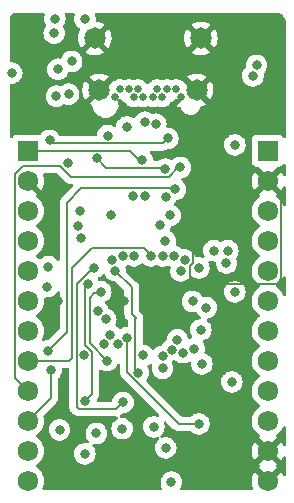
<source format=gbr>
%TF.GenerationSoftware,KiCad,Pcbnew,(6.0.2)*%
%TF.CreationDate,2022-07-01T18:11:32+02:00*%
%TF.ProjectId,Easy C3 Dev Board,45617379-2043-4332-9044-657620426f61,rev?*%
%TF.SameCoordinates,Original*%
%TF.FileFunction,Copper,L3,Inr*%
%TF.FilePolarity,Positive*%
%FSLAX46Y46*%
G04 Gerber Fmt 4.6, Leading zero omitted, Abs format (unit mm)*
G04 Created by KiCad (PCBNEW (6.0.2)) date 2022-07-01 18:11:32*
%MOMM*%
%LPD*%
G01*
G04 APERTURE LIST*
%TA.AperFunction,ComponentPad*%
%ADD10R,1.725000X1.725000*%
%TD*%
%TA.AperFunction,ComponentPad*%
%ADD11C,1.725000*%
%TD*%
%TA.AperFunction,ComponentPad*%
%ADD12C,0.650000*%
%TD*%
%TA.AperFunction,ComponentPad*%
%ADD13C,1.815000*%
%TD*%
%TA.AperFunction,ViaPad*%
%ADD14C,0.800000*%
%TD*%
%TA.AperFunction,Conductor*%
%ADD15C,0.200000*%
%TD*%
G04 APERTURE END LIST*
D10*
%TO.N,VDD5*%
%TO.C,J3*%
X147320000Y-60960000D03*
D11*
%TO.N,GND*%
X147320000Y-63500000D03*
%TO.N,VDD33*%
X147320000Y-66040000D03*
%TO.N,GPIO0*%
X147320000Y-68580000D03*
%TO.N,GPIO1*%
X147320000Y-71120000D03*
%TO.N,GPIO2*%
X147320000Y-73660000D03*
%TO.N,GPIO3*%
X147320000Y-76200000D03*
%TO.N,GPIO10*%
X147320000Y-78740000D03*
%TO.N,GPIO20*%
X147320000Y-81280000D03*
%TO.N,GPIO21*%
X147320000Y-83820000D03*
%TO.N,GPIO18*%
X147320000Y-86360000D03*
%TO.N,GPIO19*%
X147320000Y-88900000D03*
%TD*%
D10*
%TO.N,VDD5*%
%TO.C,J2*%
X167640000Y-60960000D03*
D11*
%TO.N,GND*%
X167640000Y-63500000D03*
%TO.N,VDD33*%
X167640000Y-66040000D03*
%TO.N,CHIP_EN*%
X167640000Y-68580000D03*
%TO.N,GPIO4*%
X167640000Y-71120000D03*
%TO.N,GPIO5*%
X167640000Y-73660000D03*
%TO.N,GPIO6*%
X167640000Y-76200000D03*
%TO.N,GPIO7*%
X167640000Y-78740000D03*
%TO.N,GPIO8*%
X167640000Y-81280000D03*
%TO.N,GPIO9*%
X167640000Y-83820000D03*
%TO.N,GND*%
X167640000Y-86360000D03*
X167640000Y-88900000D03*
%TD*%
D12*
%TO.N,GND*%
%TO.C,J1*%
X154680000Y-56433000D03*
%TO.N,unconnected-(J1-PadB2)*%
X155080000Y-55733000D03*
%TO.N,unconnected-(J1-PadB3)*%
X155880000Y-55733000D03*
%TO.N,VUSB*%
X156280000Y-56433000D03*
%TO.N,unconnected-(J1-PadB5)*%
X156680000Y-55733000D03*
%TO.N,DP*%
X157080000Y-56433000D03*
%TO.N,DN*%
X157880000Y-56433000D03*
%TO.N,unconnected-(J1-PadB8)*%
X158280000Y-55733000D03*
%TO.N,VUSB*%
X158680000Y-56433000D03*
%TO.N,unconnected-(J1-PadB10)*%
X159080000Y-55733000D03*
%TO.N,unconnected-(J1-PadB11)*%
X159880000Y-55733000D03*
%TO.N,GND*%
X160280000Y-56433000D03*
D13*
X161610000Y-55833000D03*
X161970000Y-51443000D03*
X152990000Y-51443000D03*
X153350000Y-55833000D03*
%TD*%
D14*
%TO.N,GPIO1*%
X151026334Y-53392866D03*
%TO.N,VDD33*%
X150774400Y-56159400D03*
%TO.N,GPIO8*%
X149733000Y-56337200D03*
X154389620Y-66429420D03*
X159359600Y-66429420D03*
%TO.N,VDD33_RAW*%
X158978600Y-64897000D03*
%TO.N,/DTR#*%
X158544679Y-67219300D03*
%TO.N,VDD33_RAW*%
X164257652Y-69418200D03*
X162433000Y-74244200D03*
%TO.N,GPIO21*%
X159809959Y-64214858D03*
X149047200Y-77876400D03*
X149275800Y-79527400D03*
%TO.N,GPIO0*%
X149860000Y-54051200D03*
X145952437Y-54375172D03*
%TO.N,Net-(Q3-Pad1)*%
X151561800Y-67360800D03*
%TO.N,/RTS#*%
X158964500Y-68605400D03*
%TO.N,Net-(Q3-Pad1)*%
X164134800Y-70459600D03*
%TO.N,/DTR#*%
X163072473Y-69417500D03*
%TO.N,GPIO20*%
X160225066Y-62371500D03*
%TO.N,GPIO21*%
X158964500Y-62509400D03*
%TO.N,GND*%
X161504500Y-63093600D03*
%TO.N,GPIO2*%
X161402500Y-77719860D03*
%TO.N,CHIP_EN*%
X159978516Y-76956816D03*
%TO.N,GPIO0*%
X159492497Y-77800529D03*
%TO.N,CHIP_EN*%
X148971000Y-72466200D03*
%TO.N,GPIO3*%
X149047200Y-70764400D03*
X161264600Y-73710800D03*
%TO.N,CHIP_EN*%
X161963093Y-76111107D03*
%TO.N,GPIO1*%
X160451800Y-78054989D03*
%TO.N,SPIQ*%
X153492200Y-72874685D03*
%TO.N,Net-(IC1-Pad2)*%
X166686013Y-53714629D03*
X158724600Y-78359000D03*
%TO.N,SPICS0*%
X156670811Y-79730600D03*
%TO.N,VDD33_RAW*%
X157077732Y-78282800D03*
X158722534Y-79372934D03*
%TO.N,SPICLK*%
X155371800Y-82263502D03*
X152933615Y-70844116D03*
%TO.N,SPID*%
X152140934Y-82176921D03*
X152399701Y-72225185D03*
%TO.N,SPIQ*%
X154025600Y-78714600D03*
%TO.N,GPIO18*%
X153238925Y-74554348D03*
%TO.N,GPIO19*%
X153910325Y-75225748D03*
%TO.N,RXD*%
X159167688Y-59911595D03*
X149152086Y-60066423D03*
X153758385Y-77311603D03*
%TO.N,/DTR#*%
X151773789Y-66021874D03*
%TO.N,/RTS#*%
X151790400Y-68376800D03*
%TO.N,TXD*%
X150723600Y-62008498D03*
X154292863Y-76526818D03*
%TO.N,XTAL_N*%
X159461200Y-89012500D03*
X154941888Y-77328500D03*
%TO.N,XTAL_P*%
X161798000Y-84074000D03*
X155718980Y-76782899D03*
%TO.N,SPICS0*%
X154710201Y-71106739D03*
%TO.N,SPIWP*%
X152086734Y-78246502D03*
X154465118Y-70189412D03*
%TO.N,GND*%
X149860000Y-73660000D03*
X165116980Y-76708000D03*
%TO.N,SPIHD*%
X162052000Y-78994000D03*
%TO.N,GND*%
X157480000Y-73660000D03*
X157480000Y-75692000D03*
X157480000Y-71628000D03*
X155448000Y-73660000D03*
X159512000Y-73660000D03*
%TO.N,SPIHD*%
X155350716Y-69846963D03*
%TO.N,Net-(IC2-Pad1)*%
X150001500Y-84582000D03*
X155295255Y-84480745D03*
%TO.N,Net-(IC2-Pad2)*%
X152146000Y-86614000D03*
X153113266Y-84884734D03*
%TO.N,Net-(IC2-Pad7)*%
X164592000Y-80518000D03*
X158989498Y-86106000D03*
%TO.N,VDD_SPI*%
X157988000Y-84328000D03*
X156300170Y-69856576D03*
%TO.N,GPIO21*%
X153162000Y-61609500D03*
%TO.N,VDD33_RAW*%
X154080500Y-59675498D03*
%TO.N,GPIO10*%
X157734000Y-69850000D03*
%TO.N,GPIO9*%
X158727098Y-69849237D03*
X164846000Y-72898000D03*
%TO.N,GPIO8*%
X159676074Y-69880846D03*
%TO.N,GPIO7*%
X160633291Y-70201461D03*
%TO.N,GPIO6*%
X160274000Y-71120000D03*
%TO.N,GPIO5*%
X161798000Y-70866000D03*
%TO.N,VUSB*%
X152146000Y-49784000D03*
X155702000Y-58928000D03*
%TO.N,DP*%
X158153151Y-58708499D03*
X157226000Y-64770000D03*
%TO.N,DN*%
X156210000Y-64770000D03*
%TO.N,VDD5*%
X157007962Y-61746596D03*
%TO.N,VDD33_RAW*%
X164846000Y-60452000D03*
X166370000Y-54610000D03*
%TO.N,GND*%
X160528000Y-59577500D03*
%TO.N,DN*%
X149546734Y-50994734D03*
%TO.N,DP*%
X149606000Y-49784000D03*
%TO.N,DN*%
X157221911Y-58523173D03*
%TO.N,GND*%
X161544000Y-81788000D03*
%TD*%
D15*
%TO.N,GPIO21*%
X159715590Y-64120489D02*
X159809959Y-64214858D01*
X150622000Y-65354200D02*
X151855711Y-64120489D01*
X150622000Y-70358000D02*
X150622000Y-65354200D01*
X151855711Y-64120489D02*
X159715590Y-64120489D01*
X150622000Y-76301600D02*
X150622000Y-70358000D01*
X149047200Y-77876400D02*
X150622000Y-76301600D01*
X149275800Y-81864200D02*
X149275800Y-79527400D01*
X147320000Y-83820000D02*
X149275800Y-81864200D01*
%TO.N,GND*%
X161016189Y-70737111D02*
X161016189Y-72232011D01*
X161504500Y-63093600D02*
X161282802Y-63315298D01*
X161016189Y-72232011D02*
X168382189Y-72232011D01*
X161282802Y-63315298D02*
X161282802Y-70470498D01*
X161282802Y-70470498D02*
X161016189Y-70737111D01*
X158084011Y-72232011D02*
X161016189Y-72232011D01*
X168783000Y-71831200D02*
X168783000Y-64643000D01*
X168783000Y-64643000D02*
X167640000Y-63500000D01*
X168382189Y-72232011D02*
X168783000Y-71831200D01*
X157480000Y-71628000D02*
X158084011Y-72232011D01*
%TO.N,GPIO10*%
X157175200Y-69189600D02*
X157734000Y-69748400D01*
X157734000Y-69748400D02*
X157734000Y-69850000D01*
X152755600Y-69189600D02*
X157175200Y-69189600D01*
X151087703Y-70857497D02*
X152755600Y-69189600D01*
X151087703Y-78477497D02*
X151087703Y-70857497D01*
X150825200Y-78740000D02*
X151087703Y-78477497D01*
X147320000Y-78740000D02*
X150825200Y-78740000D01*
%TO.N,GPIO20*%
X146207989Y-80167989D02*
X147320000Y-81280000D01*
X146207989Y-62935611D02*
X146207989Y-80167989D01*
X146913600Y-62230000D02*
X146207989Y-62935611D01*
X150026554Y-62230000D02*
X146913600Y-62230000D01*
X150955465Y-63158911D02*
X150026554Y-62230000D01*
X159233537Y-63158911D02*
X150955465Y-63158911D01*
X160020948Y-62371500D02*
X159233537Y-63158911D01*
X160225066Y-62371500D02*
X160020948Y-62371500D01*
%TO.N,GPIO21*%
X158851207Y-62396107D02*
X158964500Y-62509400D01*
X153948607Y-62396107D02*
X158851207Y-62396107D01*
%TO.N,GND*%
X161518600Y-63107700D02*
X161504500Y-63093600D01*
%TO.N,SPIQ*%
X153356385Y-73010500D02*
X153492200Y-72874685D01*
X152933400Y-73010500D02*
X153356385Y-73010500D01*
%TO.N,XTAL_P*%
X160095663Y-84074000D02*
X161798000Y-84074000D01*
X155718980Y-79697317D02*
X160095663Y-84074000D01*
X155718980Y-76782899D02*
X155718980Y-79697317D01*
%TO.N,SPICS0*%
X156428221Y-79488010D02*
X156670811Y-79730600D01*
X156428221Y-75114557D02*
X156428221Y-79488010D01*
X156438600Y-75104178D02*
X156428221Y-75114557D01*
X156097511Y-74763089D02*
X156438600Y-75104178D01*
X156097511Y-72494049D02*
X156097511Y-74763089D01*
X154710201Y-71106739D02*
X156097511Y-72494049D01*
%TO.N,SPICLK*%
X154808870Y-82826432D02*
X155371800Y-82263502D01*
X151609632Y-82826432D02*
X154808870Y-82826432D01*
X151437223Y-72269115D02*
X151437223Y-82654023D01*
X151437223Y-82654023D02*
X151609632Y-82826432D01*
X152862222Y-70844116D02*
X151437223Y-72269115D01*
X152933615Y-70844116D02*
X152862222Y-70844116D01*
%TO.N,SPID*%
X152140934Y-82174066D02*
X152140934Y-82176921D01*
X152736245Y-81578755D02*
X152140934Y-82174066D01*
X152736245Y-77977465D02*
X152736245Y-81578755D01*
X152196800Y-77438020D02*
X152736245Y-77977465D01*
X152399701Y-72225185D02*
X152196800Y-72428086D01*
X152196800Y-72428086D02*
X152196800Y-77438020D01*
%TO.N,SPIQ*%
X152552400Y-73391500D02*
X152552400Y-77241400D01*
X152552400Y-77241400D02*
X154025600Y-78714600D01*
X152933400Y-73010500D02*
X152552400Y-73391500D01*
%TO.N,RXD*%
X158754274Y-60325009D02*
X159167688Y-59911595D01*
X149410672Y-60325009D02*
X158754274Y-60325009D01*
X149152086Y-60066423D02*
X149410672Y-60325009D01*
%TO.N,GPIO21*%
X153948607Y-62396107D02*
X153162000Y-61609500D01*
%TO.N,VDD5*%
X155956000Y-60960000D02*
X147320000Y-60960000D01*
X156742596Y-61746596D02*
X155956000Y-60960000D01*
X157007962Y-61746596D02*
X156742596Y-61746596D01*
%TD*%
%TA.AperFunction,Conductor*%
%TO.N,GND*%
G36*
X148710503Y-49296002D02*
G01*
X148756996Y-49349658D01*
X148767100Y-49419932D01*
X148762215Y-49440936D01*
X148753659Y-49467268D01*
X148712458Y-49594072D01*
X148711768Y-49600633D01*
X148711768Y-49600635D01*
X148704377Y-49670960D01*
X148692496Y-49784000D01*
X148712458Y-49973928D01*
X148771473Y-50155556D01*
X148774776Y-50161278D01*
X148774777Y-50161279D01*
X148846173Y-50284940D01*
X148862911Y-50353935D01*
X148839691Y-50421027D01*
X148830698Y-50432242D01*
X148807694Y-50457790D01*
X148804393Y-50463508D01*
X148739955Y-50575118D01*
X148712207Y-50623178D01*
X148653192Y-50804806D01*
X148633230Y-50994734D01*
X148633920Y-51001299D01*
X148651848Y-51171870D01*
X148653192Y-51184662D01*
X148712207Y-51366290D01*
X148807694Y-51531678D01*
X148935481Y-51673600D01*
X149089982Y-51785852D01*
X149096010Y-51788536D01*
X149096012Y-51788537D01*
X149155499Y-51815022D01*
X149264446Y-51863528D01*
X149357846Y-51883381D01*
X149444790Y-51901862D01*
X149444795Y-51901862D01*
X149451247Y-51903234D01*
X149642221Y-51903234D01*
X149648673Y-51901862D01*
X149648678Y-51901862D01*
X149735622Y-51883381D01*
X149829022Y-51863528D01*
X149937969Y-51815022D01*
X149997456Y-51788537D01*
X149997458Y-51788536D01*
X150003486Y-51785852D01*
X150157987Y-51673600D01*
X150285774Y-51531678D01*
X150381261Y-51366290D01*
X150440276Y-51184662D01*
X150441621Y-51171870D01*
X150459548Y-51001299D01*
X150460238Y-50994734D01*
X150440276Y-50804806D01*
X150381261Y-50623178D01*
X150353514Y-50575118D01*
X150306561Y-50493794D01*
X150289823Y-50424799D01*
X150313043Y-50357707D01*
X150322036Y-50346492D01*
X150345040Y-50320944D01*
X150440527Y-50155556D01*
X150499542Y-49973928D01*
X150519504Y-49784000D01*
X150507623Y-49670960D01*
X150500232Y-49600635D01*
X150500232Y-49600633D01*
X150499542Y-49594072D01*
X150458341Y-49467268D01*
X150449785Y-49440936D01*
X150447757Y-49369969D01*
X150484420Y-49309171D01*
X150548132Y-49277845D01*
X150569618Y-49276000D01*
X151182382Y-49276000D01*
X151250503Y-49296002D01*
X151296996Y-49349658D01*
X151307100Y-49419932D01*
X151302215Y-49440936D01*
X151293659Y-49467268D01*
X151252458Y-49594072D01*
X151251768Y-49600633D01*
X151251768Y-49600635D01*
X151244377Y-49670960D01*
X151232496Y-49784000D01*
X151252458Y-49973928D01*
X151311473Y-50155556D01*
X151406960Y-50320944D01*
X151411375Y-50325847D01*
X151411379Y-50325852D01*
X151530325Y-50457955D01*
X151534747Y-50462866D01*
X151689248Y-50575118D01*
X151695278Y-50577803D01*
X151701001Y-50581107D01*
X151699690Y-50583377D01*
X151744868Y-50621750D01*
X151765542Y-50689670D01*
X151753835Y-50743965D01*
X151659187Y-50947864D01*
X151655628Y-50957539D01*
X151596189Y-51171870D01*
X151594258Y-51181990D01*
X151570622Y-51403165D01*
X151570370Y-51413454D01*
X151583174Y-51635506D01*
X151584610Y-51645727D01*
X151633508Y-51862701D01*
X151636587Y-51872529D01*
X151720271Y-52078617D01*
X151724914Y-52087808D01*
X151814644Y-52234236D01*
X151825100Y-52243696D01*
X151833878Y-52239912D01*
X152629658Y-51444132D01*
X153354408Y-51444132D01*
X153354539Y-51445965D01*
X153358790Y-51452580D01*
X154141676Y-52235466D01*
X154153686Y-52242024D01*
X154165426Y-52233056D01*
X154204460Y-52178736D01*
X154209769Y-52169899D01*
X154308315Y-51970507D01*
X154312114Y-51960912D01*
X154376770Y-51748107D01*
X154378949Y-51738026D01*
X154408218Y-51515706D01*
X154408737Y-51509031D01*
X154410269Y-51446364D01*
X154410075Y-51439646D01*
X154407922Y-51413454D01*
X160550370Y-51413454D01*
X160563174Y-51635506D01*
X160564610Y-51645727D01*
X160613508Y-51862701D01*
X160616587Y-51872529D01*
X160700271Y-52078617D01*
X160704914Y-52087808D01*
X160794644Y-52234236D01*
X160805100Y-52243696D01*
X160813878Y-52239912D01*
X161597978Y-51455812D01*
X161604356Y-51444132D01*
X162334408Y-51444132D01*
X162334539Y-51445965D01*
X162338790Y-51452580D01*
X163121676Y-52235466D01*
X163133686Y-52242024D01*
X163145426Y-52233056D01*
X163184460Y-52178736D01*
X163189769Y-52169899D01*
X163288315Y-51970507D01*
X163292114Y-51960912D01*
X163356770Y-51748107D01*
X163358949Y-51738026D01*
X163388218Y-51515706D01*
X163388737Y-51509031D01*
X163390269Y-51446364D01*
X163390075Y-51439646D01*
X163371703Y-51216181D01*
X163370018Y-51206001D01*
X163315833Y-50990282D01*
X163312513Y-50980531D01*
X163223820Y-50776549D01*
X163218953Y-50767474D01*
X163144647Y-50652614D01*
X163133962Y-50643411D01*
X163124395Y-50647815D01*
X162342022Y-51430188D01*
X162334408Y-51444132D01*
X161604356Y-51444132D01*
X161605592Y-51441868D01*
X161605461Y-51440035D01*
X161601210Y-51433420D01*
X160818469Y-50650679D01*
X160806933Y-50644379D01*
X160794650Y-50654003D01*
X160737931Y-50737150D01*
X160732832Y-50746126D01*
X160639187Y-50947864D01*
X160635628Y-50957539D01*
X160576189Y-51171870D01*
X160574258Y-51181990D01*
X160550622Y-51403165D01*
X160550370Y-51413454D01*
X154407922Y-51413454D01*
X154391703Y-51216181D01*
X154390018Y-51206001D01*
X154335833Y-50990282D01*
X154332513Y-50980531D01*
X154243820Y-50776549D01*
X154238953Y-50767474D01*
X154164647Y-50652614D01*
X154153962Y-50643411D01*
X154144395Y-50647815D01*
X153362022Y-51430188D01*
X153354408Y-51444132D01*
X152629658Y-51444132D01*
X153784330Y-50289460D01*
X153790394Y-50278356D01*
X161170152Y-50278356D01*
X161176898Y-50290688D01*
X161957188Y-51070978D01*
X161971132Y-51078592D01*
X161972965Y-51078461D01*
X161979580Y-51074210D01*
X162764330Y-50289460D01*
X162771351Y-50276604D01*
X162763578Y-50265936D01*
X162760068Y-50263164D01*
X162751481Y-50257459D01*
X162556769Y-50149972D01*
X162547357Y-50145742D01*
X162337698Y-50071497D01*
X162327728Y-50068863D01*
X162108757Y-50029860D01*
X162098503Y-50028890D01*
X161876091Y-50026172D01*
X161865807Y-50026892D01*
X161645950Y-50060535D01*
X161635922Y-50062924D01*
X161424510Y-50132024D01*
X161415001Y-50136021D01*
X161217718Y-50238720D01*
X161208997Y-50244212D01*
X161178605Y-50267031D01*
X161170152Y-50278356D01*
X153790394Y-50278356D01*
X153791351Y-50276604D01*
X153783578Y-50265936D01*
X153780068Y-50263164D01*
X153771481Y-50257459D01*
X153576769Y-50149972D01*
X153567357Y-50145742D01*
X153357698Y-50071497D01*
X153347728Y-50068863D01*
X153150885Y-50033801D01*
X153087328Y-50002163D01*
X153050965Y-49941186D01*
X153047671Y-49896583D01*
X153058814Y-49790564D01*
X153059504Y-49784000D01*
X153047623Y-49670960D01*
X153040232Y-49600635D01*
X153040232Y-49600633D01*
X153039542Y-49594072D01*
X152998341Y-49467268D01*
X152989785Y-49440936D01*
X152987757Y-49369969D01*
X153024420Y-49309171D01*
X153088132Y-49277845D01*
X153109618Y-49276000D01*
X168352672Y-49276000D01*
X168372057Y-49277500D01*
X168386858Y-49279805D01*
X168386861Y-49279805D01*
X168395730Y-49281186D01*
X168406728Y-49279748D01*
X168435411Y-49279291D01*
X168538307Y-49289425D01*
X168562531Y-49294244D01*
X168681733Y-49330404D01*
X168704553Y-49339856D01*
X168814400Y-49398570D01*
X168834938Y-49412293D01*
X168931223Y-49491312D01*
X168948688Y-49508777D01*
X169027707Y-49605062D01*
X169041430Y-49625600D01*
X169100144Y-49735447D01*
X169109596Y-49758267D01*
X169145756Y-49877469D01*
X169150575Y-49901693D01*
X169158308Y-49980206D01*
X169160044Y-49997834D01*
X169159592Y-50013876D01*
X169160305Y-50013885D01*
X169160195Y-50022858D01*
X169158814Y-50031730D01*
X169159978Y-50040632D01*
X169159978Y-50040635D01*
X169162936Y-50063251D01*
X169164000Y-50079589D01*
X169164000Y-59753960D01*
X169143998Y-59822081D01*
X169090342Y-59868574D01*
X169020068Y-59878678D01*
X168955488Y-59849184D01*
X168937174Y-59829525D01*
X168871142Y-59741419D01*
X168865761Y-59734239D01*
X168749205Y-59646885D01*
X168612816Y-59595755D01*
X168550634Y-59589000D01*
X166729366Y-59589000D01*
X166667184Y-59595755D01*
X166530795Y-59646885D01*
X166414239Y-59734239D01*
X166326885Y-59850795D01*
X166275755Y-59987184D01*
X166269000Y-60049366D01*
X166269000Y-61870634D01*
X166275755Y-61932816D01*
X166326885Y-62069205D01*
X166414239Y-62185761D01*
X166530795Y-62273115D01*
X166667184Y-62324245D01*
X166729366Y-62331000D01*
X166778020Y-62331000D01*
X166846141Y-62351002D01*
X166867115Y-62367905D01*
X167627188Y-63127978D01*
X167641132Y-63135592D01*
X167642965Y-63135461D01*
X167649580Y-63131210D01*
X168412885Y-62367905D01*
X168475197Y-62333879D01*
X168501980Y-62331000D01*
X168550634Y-62331000D01*
X168612816Y-62324245D01*
X168749205Y-62273115D01*
X168865761Y-62185761D01*
X168937174Y-62090475D01*
X168994033Y-62047960D01*
X169064852Y-62042934D01*
X169127145Y-62076994D01*
X169161135Y-62139325D01*
X169164000Y-62166040D01*
X169164000Y-62962010D01*
X169143998Y-63030131D01*
X169090342Y-63076624D01*
X169020068Y-63086728D01*
X168955488Y-63057234D01*
X168922450Y-63012252D01*
X168854026Y-62854887D01*
X168849159Y-62845812D01*
X168782103Y-62742158D01*
X168771417Y-62732955D01*
X168761852Y-62737358D01*
X168012022Y-63487188D01*
X168004408Y-63501132D01*
X168004539Y-63502965D01*
X168008790Y-63509580D01*
X168759431Y-64260221D01*
X168771442Y-64266780D01*
X168783181Y-64257812D01*
X168815754Y-64212482D01*
X168821068Y-64203637D01*
X168916337Y-64010875D01*
X168920850Y-63999478D01*
X168964526Y-63943505D01*
X169031529Y-63920031D01*
X169100587Y-63936509D01*
X169149774Y-63987706D01*
X169164000Y-64045865D01*
X169164000Y-65500756D01*
X169143998Y-65568877D01*
X169090342Y-65615370D01*
X169020068Y-65625474D01*
X168955488Y-65595980D01*
X168922450Y-65550998D01*
X168854468Y-65394649D01*
X168854466Y-65394646D01*
X168852408Y-65389912D01*
X168729952Y-65200624D01*
X168578224Y-65033877D01*
X168401300Y-64894151D01*
X168375988Y-64880178D01*
X168326018Y-64829746D01*
X168311246Y-64760303D01*
X168336362Y-64693898D01*
X168363714Y-64667291D01*
X168398210Y-64642686D01*
X168406610Y-64631987D01*
X168399621Y-64618831D01*
X167652812Y-63872022D01*
X167638868Y-63864408D01*
X167637035Y-63864539D01*
X167630420Y-63868790D01*
X166877599Y-64621611D01*
X166870839Y-64633991D01*
X166876120Y-64641046D01*
X166906669Y-64658897D01*
X166955392Y-64710536D01*
X166968463Y-64780319D01*
X166941731Y-64846091D01*
X166910608Y-64873975D01*
X166906923Y-64875893D01*
X166902793Y-64878994D01*
X166902788Y-64878997D01*
X166738837Y-65002095D01*
X166726637Y-65011255D01*
X166570881Y-65174245D01*
X166567967Y-65178517D01*
X166567966Y-65178518D01*
X166551367Y-65202851D01*
X166443837Y-65360485D01*
X166428243Y-65394080D01*
X166388350Y-65480022D01*
X166348916Y-65564974D01*
X166288668Y-65782220D01*
X166264712Y-66006389D01*
X166265009Y-66011542D01*
X166265009Y-66011545D01*
X166270525Y-66107203D01*
X166277689Y-66231460D01*
X166278826Y-66236506D01*
X166278827Y-66236512D01*
X166279354Y-66238849D01*
X166327253Y-66451390D01*
X166329195Y-66456172D01*
X166329196Y-66456176D01*
X166398003Y-66625626D01*
X166412071Y-66660272D01*
X166529866Y-66852496D01*
X166677474Y-67022899D01*
X166681449Y-67026199D01*
X166681453Y-67026203D01*
X166753005Y-67085607D01*
X166850931Y-67166907D01*
X166868948Y-67177435D01*
X166906191Y-67199198D01*
X166954914Y-67250837D01*
X166967985Y-67320620D01*
X166941253Y-67386392D01*
X166910269Y-67414151D01*
X166906923Y-67415893D01*
X166902793Y-67418994D01*
X166902788Y-67418997D01*
X166736080Y-67544165D01*
X166726637Y-67551255D01*
X166570881Y-67714245D01*
X166567967Y-67718517D01*
X166567966Y-67718518D01*
X166549926Y-67744964D01*
X166443837Y-67900485D01*
X166429466Y-67931445D01*
X166390028Y-68016407D01*
X166348916Y-68104974D01*
X166288668Y-68322220D01*
X166264712Y-68546389D01*
X166265009Y-68551542D01*
X166265009Y-68551545D01*
X166276775Y-68755613D01*
X166277689Y-68771460D01*
X166278826Y-68776506D01*
X166278827Y-68776512D01*
X166294266Y-68845017D01*
X166327253Y-68991390D01*
X166329195Y-68996172D01*
X166329196Y-68996176D01*
X166382411Y-69127229D01*
X166412071Y-69200272D01*
X166529866Y-69392496D01*
X166533250Y-69396402D01*
X166533251Y-69396404D01*
X166555489Y-69422076D01*
X166677474Y-69562899D01*
X166681449Y-69566199D01*
X166681453Y-69566203D01*
X166723204Y-69600865D01*
X166850931Y-69706907D01*
X166906191Y-69739198D01*
X166954914Y-69790837D01*
X166967985Y-69860620D01*
X166941253Y-69926392D01*
X166910269Y-69954151D01*
X166906923Y-69955893D01*
X166902793Y-69958994D01*
X166902788Y-69958997D01*
X166730772Y-70088150D01*
X166726637Y-70091255D01*
X166570881Y-70254245D01*
X166567967Y-70258517D01*
X166567966Y-70258518D01*
X166508289Y-70346002D01*
X166443837Y-70440485D01*
X166424144Y-70482909D01*
X166352116Y-70638081D01*
X166348916Y-70644974D01*
X166288668Y-70862220D01*
X166264712Y-71086389D01*
X166265009Y-71091542D01*
X166265009Y-71091545D01*
X166274592Y-71257745D01*
X166277689Y-71311460D01*
X166278826Y-71316506D01*
X166278827Y-71316512D01*
X166292045Y-71375161D01*
X166327253Y-71531390D01*
X166329195Y-71536172D01*
X166329196Y-71536176D01*
X166410127Y-71735485D01*
X166412071Y-71740272D01*
X166529866Y-71932496D01*
X166677474Y-72102899D01*
X166681449Y-72106199D01*
X166681453Y-72106203D01*
X166686946Y-72110763D01*
X166850931Y-72246907D01*
X166906191Y-72279198D01*
X166954914Y-72330837D01*
X166967985Y-72400620D01*
X166941253Y-72466392D01*
X166910269Y-72494151D01*
X166906923Y-72495893D01*
X166902793Y-72498994D01*
X166902788Y-72498997D01*
X166730772Y-72628150D01*
X166726637Y-72631255D01*
X166570881Y-72794245D01*
X166567967Y-72798517D01*
X166567966Y-72798518D01*
X166549926Y-72824964D01*
X166443837Y-72980485D01*
X166408828Y-73055904D01*
X166351423Y-73179574D01*
X166348916Y-73184974D01*
X166288668Y-73402220D01*
X166264712Y-73626389D01*
X166265009Y-73631542D01*
X166265009Y-73631545D01*
X166272807Y-73766794D01*
X166277689Y-73851460D01*
X166278826Y-73856506D01*
X166278827Y-73856512D01*
X166283879Y-73878929D01*
X166327253Y-74071390D01*
X166329195Y-74076172D01*
X166329196Y-74076176D01*
X166409515Y-74273977D01*
X166412071Y-74280272D01*
X166529866Y-74472496D01*
X166533250Y-74476402D01*
X166533251Y-74476404D01*
X166551990Y-74498037D01*
X166677474Y-74642899D01*
X166681449Y-74646199D01*
X166681453Y-74646203D01*
X166732766Y-74688804D01*
X166850931Y-74786907D01*
X166906191Y-74819198D01*
X166954914Y-74870837D01*
X166967985Y-74940620D01*
X166941253Y-75006392D01*
X166910269Y-75034151D01*
X166906923Y-75035893D01*
X166902793Y-75038994D01*
X166902788Y-75038997D01*
X166751350Y-75152700D01*
X166726637Y-75171255D01*
X166570881Y-75334245D01*
X166567967Y-75338517D01*
X166567966Y-75338518D01*
X166543234Y-75374774D01*
X166443837Y-75520485D01*
X166427979Y-75554649D01*
X166357857Y-75705713D01*
X166348916Y-75724974D01*
X166288668Y-75942220D01*
X166288119Y-75947354D01*
X166288119Y-75947356D01*
X166285667Y-75970302D01*
X166264712Y-76166389D01*
X166265009Y-76171542D01*
X166265009Y-76171545D01*
X166270525Y-76267203D01*
X166277689Y-76391460D01*
X166278826Y-76396506D01*
X166278827Y-76396512D01*
X166296826Y-76476378D01*
X166327253Y-76611390D01*
X166329195Y-76616172D01*
X166329196Y-76616176D01*
X166404468Y-76801549D01*
X166412071Y-76820272D01*
X166529866Y-77012496D01*
X166533250Y-77016402D01*
X166533251Y-77016404D01*
X166560005Y-77047289D01*
X166677474Y-77182899D01*
X166681449Y-77186199D01*
X166681453Y-77186203D01*
X166753005Y-77245607D01*
X166850931Y-77326907D01*
X166906191Y-77359198D01*
X166954914Y-77410837D01*
X166967985Y-77480620D01*
X166941253Y-77546392D01*
X166910269Y-77574151D01*
X166906923Y-77575893D01*
X166902793Y-77578994D01*
X166902788Y-77578997D01*
X166730772Y-77708150D01*
X166726637Y-77711255D01*
X166570881Y-77874245D01*
X166567967Y-77878517D01*
X166567966Y-77878518D01*
X166551112Y-77903225D01*
X166443837Y-78060485D01*
X166416158Y-78120114D01*
X166375937Y-78206763D01*
X166348916Y-78264974D01*
X166288668Y-78482220D01*
X166264712Y-78706389D01*
X166265009Y-78711542D01*
X166265009Y-78711545D01*
X166273670Y-78861761D01*
X166277689Y-78931460D01*
X166278826Y-78936506D01*
X166278827Y-78936512D01*
X166303117Y-79044293D01*
X166327253Y-79151390D01*
X166329195Y-79156172D01*
X166329196Y-79156176D01*
X166410127Y-79355485D01*
X166412071Y-79360272D01*
X166529866Y-79552496D01*
X166533250Y-79556402D01*
X166533251Y-79556404D01*
X166554305Y-79580709D01*
X166677474Y-79722899D01*
X166681449Y-79726199D01*
X166681453Y-79726203D01*
X166713151Y-79752519D01*
X166850931Y-79866907D01*
X166895021Y-79892671D01*
X166906191Y-79899198D01*
X166954914Y-79950837D01*
X166967985Y-80020620D01*
X166941253Y-80086392D01*
X166910269Y-80114151D01*
X166906923Y-80115893D01*
X166902793Y-80118994D01*
X166902788Y-80118997D01*
X166737498Y-80243100D01*
X166726637Y-80251255D01*
X166570881Y-80414245D01*
X166567967Y-80418517D01*
X166567966Y-80418518D01*
X166526156Y-80479809D01*
X166443837Y-80600485D01*
X166348916Y-80804974D01*
X166288668Y-81022220D01*
X166264712Y-81246389D01*
X166265009Y-81251542D01*
X166265009Y-81251545D01*
X166273264Y-81394708D01*
X166277689Y-81471460D01*
X166278826Y-81476506D01*
X166278827Y-81476512D01*
X166295488Y-81550439D01*
X166327253Y-81691390D01*
X166329195Y-81696172D01*
X166329196Y-81696176D01*
X166406126Y-81885631D01*
X166412071Y-81900272D01*
X166529866Y-82092496D01*
X166677474Y-82262899D01*
X166681449Y-82266199D01*
X166681453Y-82266203D01*
X166719978Y-82298187D01*
X166850931Y-82406907D01*
X166906191Y-82439198D01*
X166954914Y-82490837D01*
X166967985Y-82560620D01*
X166941253Y-82626392D01*
X166910269Y-82654151D01*
X166906923Y-82655893D01*
X166902793Y-82658994D01*
X166902788Y-82658997D01*
X166730772Y-82788150D01*
X166726637Y-82791255D01*
X166570881Y-82954245D01*
X166567967Y-82958517D01*
X166567966Y-82958518D01*
X166549926Y-82984964D01*
X166443837Y-83140485D01*
X166429844Y-83170630D01*
X166356287Y-83329095D01*
X166348916Y-83344974D01*
X166288668Y-83562220D01*
X166264712Y-83786389D01*
X166265009Y-83791542D01*
X166265009Y-83791545D01*
X166271219Y-83899251D01*
X166277689Y-84011460D01*
X166278826Y-84016506D01*
X166278827Y-84016512D01*
X166298424Y-84103466D01*
X166327253Y-84231390D01*
X166329195Y-84236172D01*
X166329196Y-84236176D01*
X166369148Y-84334565D01*
X166412071Y-84440272D01*
X166529866Y-84632496D01*
X166677474Y-84802899D01*
X166681449Y-84806199D01*
X166681453Y-84806203D01*
X166729408Y-84846016D01*
X166850931Y-84946907D01*
X166855394Y-84949515D01*
X166855397Y-84949517D01*
X166862309Y-84953556D01*
X166906680Y-84979484D01*
X166955403Y-85031121D01*
X166968474Y-85100904D01*
X166941743Y-85166676D01*
X166910247Y-85194894D01*
X166903054Y-85199423D01*
X166880746Y-85216172D01*
X166872294Y-85227496D01*
X166879039Y-85239829D01*
X167627188Y-85987978D01*
X167641132Y-85995592D01*
X167642965Y-85995461D01*
X167649580Y-85991210D01*
X168402290Y-85238500D01*
X168409310Y-85225645D01*
X168402163Y-85215836D01*
X168396493Y-85212069D01*
X168376022Y-85200768D01*
X168326051Y-85150335D01*
X168311280Y-85080892D01*
X168336397Y-85014487D01*
X168363747Y-84987882D01*
X168523743Y-84873758D01*
X168523748Y-84873754D01*
X168527955Y-84870753D01*
X168687647Y-84711618D01*
X168696315Y-84699556D01*
X168756462Y-84615852D01*
X168819204Y-84528537D01*
X168823689Y-84519463D01*
X168916801Y-84331067D01*
X168916802Y-84331064D01*
X168919093Y-84326429D01*
X168920596Y-84321482D01*
X168920849Y-84320843D01*
X168964525Y-84264870D01*
X169031528Y-84241395D01*
X169100586Y-84257872D01*
X169149774Y-84309069D01*
X169164000Y-84367229D01*
X169164000Y-85822010D01*
X169143998Y-85890131D01*
X169090342Y-85936624D01*
X169020068Y-85946728D01*
X168955488Y-85917234D01*
X168922450Y-85872252D01*
X168854026Y-85714887D01*
X168849159Y-85705812D01*
X168782103Y-85602158D01*
X168771417Y-85592955D01*
X168761852Y-85597358D01*
X168012022Y-86347188D01*
X168004408Y-86361132D01*
X168004539Y-86362965D01*
X168008790Y-86369580D01*
X168759431Y-87120221D01*
X168771442Y-87126780D01*
X168783181Y-87117812D01*
X168815754Y-87072482D01*
X168821068Y-87063637D01*
X168916337Y-86870875D01*
X168920850Y-86859478D01*
X168964526Y-86803505D01*
X169031529Y-86780031D01*
X169100587Y-86796509D01*
X169149774Y-86847706D01*
X169164000Y-86905865D01*
X169164000Y-88362010D01*
X169143998Y-88430131D01*
X169090342Y-88476624D01*
X169020068Y-88486728D01*
X168955488Y-88457234D01*
X168922450Y-88412252D01*
X168854026Y-88254887D01*
X168849159Y-88245812D01*
X168782103Y-88142158D01*
X168771417Y-88132955D01*
X168761852Y-88137358D01*
X167729095Y-89170115D01*
X167666783Y-89204141D01*
X167595968Y-89199076D01*
X167550905Y-89170115D01*
X166520853Y-88140063D01*
X166509317Y-88133764D01*
X166497034Y-88143387D01*
X166447187Y-88216461D01*
X166442098Y-88225419D01*
X166351560Y-88420467D01*
X166348008Y-88430120D01*
X166290541Y-88637341D01*
X166288614Y-88647446D01*
X166265763Y-88861268D01*
X166265511Y-88871557D01*
X166277888Y-89086222D01*
X166279324Y-89096442D01*
X166326596Y-89306197D01*
X166329675Y-89316026D01*
X166399749Y-89488596D01*
X166406845Y-89559237D01*
X166374623Y-89622500D01*
X166313314Y-89658301D01*
X166283006Y-89662000D01*
X160353494Y-89662000D01*
X160285373Y-89641998D01*
X160238880Y-89588342D01*
X160228776Y-89518068D01*
X160244375Y-89473000D01*
X160292423Y-89389779D01*
X160292424Y-89389778D01*
X160295727Y-89384056D01*
X160354742Y-89202428D01*
X160357881Y-89172567D01*
X160374014Y-89019065D01*
X160374704Y-89012500D01*
X160365747Y-88927281D01*
X160355432Y-88829135D01*
X160355432Y-88829133D01*
X160354742Y-88822572D01*
X160295727Y-88640944D01*
X160200240Y-88475556D01*
X160072453Y-88333634D01*
X159973357Y-88261636D01*
X159923294Y-88225263D01*
X159923293Y-88225262D01*
X159917952Y-88221382D01*
X159911924Y-88218698D01*
X159911922Y-88218697D01*
X159749519Y-88146391D01*
X159749518Y-88146391D01*
X159743488Y-88143706D01*
X159650087Y-88123853D01*
X159563144Y-88105372D01*
X159563139Y-88105372D01*
X159556687Y-88104000D01*
X159365713Y-88104000D01*
X159359261Y-88105372D01*
X159359256Y-88105372D01*
X159272313Y-88123853D01*
X159178912Y-88143706D01*
X159172882Y-88146391D01*
X159172881Y-88146391D01*
X159010478Y-88218697D01*
X159010476Y-88218698D01*
X159004448Y-88221382D01*
X158999107Y-88225262D01*
X158999106Y-88225263D01*
X158949043Y-88261636D01*
X158849947Y-88333634D01*
X158722160Y-88475556D01*
X158626673Y-88640944D01*
X158567658Y-88822572D01*
X158566968Y-88829133D01*
X158566968Y-88829135D01*
X158556653Y-88927281D01*
X158547696Y-89012500D01*
X158548386Y-89019065D01*
X158564520Y-89172567D01*
X158567658Y-89202428D01*
X158626673Y-89384056D01*
X158629976Y-89389778D01*
X158629977Y-89389779D01*
X158678025Y-89473000D01*
X158694763Y-89541995D01*
X158671543Y-89609087D01*
X158615736Y-89652974D01*
X158568906Y-89662000D01*
X148675603Y-89662000D01*
X148607482Y-89641998D01*
X148560989Y-89588342D01*
X148550885Y-89518068D01*
X148562645Y-89480175D01*
X148599093Y-89406429D01*
X148664630Y-89190719D01*
X148694057Y-88967203D01*
X148694139Y-88963853D01*
X148695617Y-88903365D01*
X148695617Y-88903361D01*
X148695699Y-88900000D01*
X148688817Y-88816294D01*
X148677650Y-88680464D01*
X148677649Y-88680458D01*
X148677226Y-88675313D01*
X148625818Y-88470648D01*
X148623563Y-88461670D01*
X148623562Y-88461666D01*
X148622304Y-88456659D01*
X148620245Y-88451923D01*
X148534468Y-88254649D01*
X148534466Y-88254646D01*
X148532408Y-88249912D01*
X148409952Y-88060624D01*
X148258224Y-87893877D01*
X148081300Y-87754151D01*
X148056472Y-87740445D01*
X148006503Y-87690015D01*
X147991731Y-87620572D01*
X148016847Y-87554166D01*
X148044198Y-87527560D01*
X148053216Y-87521128D01*
X148112514Y-87478831D01*
X148203743Y-87413758D01*
X148203748Y-87413754D01*
X148207955Y-87410753D01*
X148367647Y-87251618D01*
X148499204Y-87068537D01*
X148599093Y-86866429D01*
X148664630Y-86650719D01*
X148669464Y-86614000D01*
X151232496Y-86614000D01*
X151233186Y-86620565D01*
X151250863Y-86788749D01*
X151252458Y-86803928D01*
X151311473Y-86985556D01*
X151406960Y-87150944D01*
X151534747Y-87292866D01*
X151689248Y-87405118D01*
X151695276Y-87407802D01*
X151695278Y-87407803D01*
X151854811Y-87478831D01*
X151863712Y-87482794D01*
X151957112Y-87502647D01*
X152044056Y-87521128D01*
X152044061Y-87521128D01*
X152050513Y-87522500D01*
X152241487Y-87522500D01*
X152247939Y-87521128D01*
X152247944Y-87521128D01*
X152334888Y-87502647D01*
X152375611Y-87493991D01*
X166870839Y-87493991D01*
X166876121Y-87501046D01*
X166907156Y-87519182D01*
X166955880Y-87570821D01*
X166968951Y-87640604D01*
X166942220Y-87706375D01*
X166910728Y-87734590D01*
X166903060Y-87739419D01*
X166880746Y-87756172D01*
X166872294Y-87767496D01*
X166879039Y-87779829D01*
X167627188Y-88527978D01*
X167641132Y-88535592D01*
X167642965Y-88535461D01*
X167649580Y-88531210D01*
X168402290Y-87778500D01*
X168409310Y-87765645D01*
X168402163Y-87755836D01*
X168396497Y-87752072D01*
X168375536Y-87740500D01*
X168325566Y-87690066D01*
X168310795Y-87620623D01*
X168335913Y-87554218D01*
X168363263Y-87527613D01*
X168398210Y-87502686D01*
X168406610Y-87491987D01*
X168399621Y-87478831D01*
X167652812Y-86732022D01*
X167638868Y-86724408D01*
X167637035Y-86724539D01*
X167630420Y-86728790D01*
X166877599Y-87481611D01*
X166870839Y-87493991D01*
X152375611Y-87493991D01*
X152428288Y-87482794D01*
X152437189Y-87478831D01*
X152596722Y-87407803D01*
X152596724Y-87407802D01*
X152602752Y-87405118D01*
X152757253Y-87292866D01*
X152885040Y-87150944D01*
X152980527Y-86985556D01*
X153039542Y-86803928D01*
X153041138Y-86788749D01*
X153058814Y-86620565D01*
X153059504Y-86614000D01*
X153058814Y-86607435D01*
X153040232Y-86430635D01*
X153040232Y-86430633D01*
X153039542Y-86424072D01*
X152980527Y-86242444D01*
X152885040Y-86077056D01*
X152797061Y-85979346D01*
X152766346Y-85915341D01*
X152775110Y-85844888D01*
X152820572Y-85790356D01*
X152888300Y-85769061D01*
X152916895Y-85771791D01*
X153000279Y-85789514D01*
X153017779Y-85793234D01*
X153208753Y-85793234D01*
X153215205Y-85791862D01*
X153215210Y-85791862D01*
X153322477Y-85769061D01*
X153395554Y-85753528D01*
X153414246Y-85745206D01*
X153563988Y-85678537D01*
X153563990Y-85678536D01*
X153570018Y-85675852D01*
X153724519Y-85563600D01*
X153783119Y-85498518D01*
X153847887Y-85426586D01*
X153847891Y-85426581D01*
X153852306Y-85421678D01*
X153947793Y-85256290D01*
X154006808Y-85074662D01*
X154011798Y-85027190D01*
X154026080Y-84891299D01*
X154026770Y-84884734D01*
X154014224Y-84765365D01*
X154007498Y-84701369D01*
X154007498Y-84701367D01*
X154006808Y-84694806D01*
X153947793Y-84513178D01*
X153925278Y-84474180D01*
X153877872Y-84392072D01*
X153852306Y-84347790D01*
X153833073Y-84326429D01*
X153728941Y-84210779D01*
X153728940Y-84210778D01*
X153724519Y-84205868D01*
X153593558Y-84110719D01*
X153575360Y-84097497D01*
X153575359Y-84097496D01*
X153570018Y-84093616D01*
X153563990Y-84090932D01*
X153563988Y-84090931D01*
X153401585Y-84018625D01*
X153401584Y-84018625D01*
X153395554Y-84015940D01*
X153302154Y-83996087D01*
X153215210Y-83977606D01*
X153215205Y-83977606D01*
X153208753Y-83976234D01*
X153017779Y-83976234D01*
X153011327Y-83977606D01*
X153011322Y-83977606D01*
X152924378Y-83996087D01*
X152830978Y-84015940D01*
X152824948Y-84018625D01*
X152824947Y-84018625D01*
X152662544Y-84090931D01*
X152662542Y-84090932D01*
X152656514Y-84093616D01*
X152651173Y-84097496D01*
X152651172Y-84097497D01*
X152632974Y-84110719D01*
X152502013Y-84205868D01*
X152497592Y-84210778D01*
X152497591Y-84210779D01*
X152393460Y-84326429D01*
X152374226Y-84347790D01*
X152348660Y-84392072D01*
X152301255Y-84474180D01*
X152278739Y-84513178D01*
X152219724Y-84694806D01*
X152219034Y-84701367D01*
X152219034Y-84701369D01*
X152212308Y-84765365D01*
X152199762Y-84884734D01*
X152200452Y-84891299D01*
X152214735Y-85027190D01*
X152219724Y-85074662D01*
X152278739Y-85256290D01*
X152374226Y-85421678D01*
X152462205Y-85519388D01*
X152492920Y-85583393D01*
X152484156Y-85653846D01*
X152438694Y-85708378D01*
X152370966Y-85729673D01*
X152342371Y-85726943D01*
X152247946Y-85706873D01*
X152247947Y-85706873D01*
X152241487Y-85705500D01*
X152050513Y-85705500D01*
X152044061Y-85706872D01*
X152044056Y-85706872D01*
X151957113Y-85725353D01*
X151863712Y-85745206D01*
X151857682Y-85747891D01*
X151857681Y-85747891D01*
X151695278Y-85820197D01*
X151695276Y-85820198D01*
X151689248Y-85822882D01*
X151534747Y-85935134D01*
X151406960Y-86077056D01*
X151311473Y-86242444D01*
X151252458Y-86424072D01*
X151251768Y-86430633D01*
X151251768Y-86430635D01*
X151233186Y-86607435D01*
X151232496Y-86614000D01*
X148669464Y-86614000D01*
X148694057Y-86427203D01*
X148695699Y-86360000D01*
X148686034Y-86242444D01*
X148677650Y-86140464D01*
X148677649Y-86140458D01*
X148677226Y-86135313D01*
X148626945Y-85935134D01*
X148623563Y-85921670D01*
X148623562Y-85921666D01*
X148622304Y-85916659D01*
X148619319Y-85909794D01*
X148534468Y-85714649D01*
X148534466Y-85714646D01*
X148532408Y-85709912D01*
X148441284Y-85569056D01*
X148412760Y-85524964D01*
X148412758Y-85524961D01*
X148409952Y-85520624D01*
X148258224Y-85353877D01*
X148081300Y-85214151D01*
X148056472Y-85200445D01*
X148006503Y-85150015D01*
X147991731Y-85080572D01*
X148016847Y-85014166D01*
X148044198Y-84987560D01*
X148053216Y-84981128D01*
X148179151Y-84891299D01*
X148203743Y-84873758D01*
X148203748Y-84873754D01*
X148207955Y-84870753D01*
X148367647Y-84711618D01*
X148376315Y-84699556D01*
X148436462Y-84615852D01*
X148460787Y-84582000D01*
X149087996Y-84582000D01*
X149088686Y-84588565D01*
X149106363Y-84756749D01*
X149107958Y-84771928D01*
X149166973Y-84953556D01*
X149262460Y-85118944D01*
X149266878Y-85123851D01*
X149266879Y-85123852D01*
X149371202Y-85239714D01*
X149390247Y-85260866D01*
X149405383Y-85271863D01*
X149523522Y-85357696D01*
X149544748Y-85373118D01*
X149550776Y-85375802D01*
X149550778Y-85375803D01*
X149713181Y-85448109D01*
X149719212Y-85450794D01*
X149812612Y-85470647D01*
X149899556Y-85489128D01*
X149899561Y-85489128D01*
X149906013Y-85490500D01*
X150096987Y-85490500D01*
X150103439Y-85489128D01*
X150103444Y-85489128D01*
X150190388Y-85470647D01*
X150283788Y-85450794D01*
X150289819Y-85448109D01*
X150452222Y-85375803D01*
X150452224Y-85375802D01*
X150458252Y-85373118D01*
X150479479Y-85357696D01*
X150597617Y-85271863D01*
X150612753Y-85260866D01*
X150631798Y-85239714D01*
X150736121Y-85123852D01*
X150736122Y-85123851D01*
X150740540Y-85118944D01*
X150836027Y-84953556D01*
X150895042Y-84771928D01*
X150896638Y-84756749D01*
X150914314Y-84588565D01*
X150915004Y-84582000D01*
X150905052Y-84487310D01*
X150895732Y-84398635D01*
X150895732Y-84398633D01*
X150895042Y-84392072D01*
X150836027Y-84210444D01*
X150740540Y-84045056D01*
X150716742Y-84018625D01*
X150617175Y-83908045D01*
X150617174Y-83908044D01*
X150612753Y-83903134D01*
X150493713Y-83816646D01*
X150463594Y-83794763D01*
X150463593Y-83794762D01*
X150458252Y-83790882D01*
X150452224Y-83788198D01*
X150452222Y-83788197D01*
X150289819Y-83715891D01*
X150289818Y-83715891D01*
X150283788Y-83713206D01*
X150190388Y-83693353D01*
X150103444Y-83674872D01*
X150103439Y-83674872D01*
X150096987Y-83673500D01*
X149906013Y-83673500D01*
X149899561Y-83674872D01*
X149899556Y-83674872D01*
X149812613Y-83693353D01*
X149719212Y-83713206D01*
X149713182Y-83715891D01*
X149713181Y-83715891D01*
X149550778Y-83788197D01*
X149550776Y-83788198D01*
X149544748Y-83790882D01*
X149539407Y-83794762D01*
X149539406Y-83794763D01*
X149509287Y-83816646D01*
X149390247Y-83903134D01*
X149385826Y-83908044D01*
X149385825Y-83908045D01*
X149286259Y-84018625D01*
X149262460Y-84045056D01*
X149166973Y-84210444D01*
X149107958Y-84392072D01*
X149107268Y-84398633D01*
X149107268Y-84398635D01*
X149097948Y-84487310D01*
X149087996Y-84582000D01*
X148460787Y-84582000D01*
X148499204Y-84528537D01*
X148504448Y-84517928D01*
X148584307Y-84356345D01*
X148599093Y-84326429D01*
X148664630Y-84110719D01*
X148694057Y-83887203D01*
X148695699Y-83820000D01*
X148677226Y-83595313D01*
X148640024Y-83447207D01*
X148642828Y-83376266D01*
X148673133Y-83327416D01*
X149672034Y-82328515D01*
X149684425Y-82317648D01*
X149703237Y-82303213D01*
X149709787Y-82298187D01*
X149734274Y-82266275D01*
X149734278Y-82266271D01*
X149807324Y-82171076D01*
X149868638Y-82023051D01*
X149870672Y-82007605D01*
X149879896Y-81937536D01*
X149884300Y-81904085D01*
X149884300Y-81904080D01*
X149888472Y-81872389D01*
X149889550Y-81864200D01*
X149885378Y-81832507D01*
X149884300Y-81816064D01*
X149884300Y-80257690D01*
X149904302Y-80189569D01*
X149916664Y-80173380D01*
X150010421Y-80069252D01*
X150010422Y-80069251D01*
X150014840Y-80064344D01*
X150080373Y-79950837D01*
X150107023Y-79904679D01*
X150107024Y-79904678D01*
X150110327Y-79898956D01*
X150169342Y-79717328D01*
X150176505Y-79649181D01*
X150188614Y-79533965D01*
X150189304Y-79527400D01*
X150185128Y-79487670D01*
X150197900Y-79417833D01*
X150246401Y-79365986D01*
X150310438Y-79348500D01*
X150702723Y-79348500D01*
X150770844Y-79368502D01*
X150817337Y-79422158D01*
X150828723Y-79474500D01*
X150828723Y-82605887D01*
X150827645Y-82622330D01*
X150823473Y-82654023D01*
X150828723Y-82693903D01*
X150828723Y-82693908D01*
X150834098Y-82734736D01*
X150844385Y-82812874D01*
X150905699Y-82960899D01*
X150910726Y-82967450D01*
X150910727Y-82967452D01*
X150978743Y-83056092D01*
X150978749Y-83056098D01*
X151003236Y-83088010D01*
X151009791Y-83093040D01*
X151028602Y-83107475D01*
X151040993Y-83118342D01*
X151145317Y-83222666D01*
X151156184Y-83235057D01*
X151175645Y-83260419D01*
X151182195Y-83265445D01*
X151207557Y-83284906D01*
X151207560Y-83284909D01*
X151292333Y-83349958D01*
X151302756Y-83357956D01*
X151450781Y-83419270D01*
X151458968Y-83420348D01*
X151458969Y-83420348D01*
X151461803Y-83420721D01*
X151569744Y-83434932D01*
X151569756Y-83434933D01*
X151601442Y-83439104D01*
X151601443Y-83439104D01*
X151609632Y-83440182D01*
X151641325Y-83436010D01*
X151657768Y-83434932D01*
X154760734Y-83434932D01*
X154777177Y-83436010D01*
X154808870Y-83440182D01*
X154811082Y-83439891D01*
X154876524Y-83459106D01*
X154923017Y-83512762D01*
X154933121Y-83583036D01*
X154903627Y-83647616D01*
X154859651Y-83680211D01*
X154844536Y-83686940D01*
X154844529Y-83686944D01*
X154838503Y-83689627D01*
X154684002Y-83801879D01*
X154679581Y-83806789D01*
X154679580Y-83806790D01*
X154607551Y-83886787D01*
X154556215Y-83943801D01*
X154460728Y-84109189D01*
X154401713Y-84290817D01*
X154401023Y-84297378D01*
X154401023Y-84297380D01*
X154397482Y-84331070D01*
X154381751Y-84480745D01*
X154382441Y-84487310D01*
X154386287Y-84523898D01*
X154401713Y-84670673D01*
X154460728Y-84852301D01*
X154464031Y-84858023D01*
X154464032Y-84858024D01*
X154497941Y-84916755D01*
X154556215Y-85017689D01*
X154560633Y-85022596D01*
X154560634Y-85022597D01*
X154651804Y-85123852D01*
X154684002Y-85159611D01*
X154740208Y-85200447D01*
X154824946Y-85262013D01*
X154838503Y-85271863D01*
X154844531Y-85274547D01*
X154844533Y-85274548D01*
X154964926Y-85328150D01*
X155012967Y-85349539D01*
X155105638Y-85369237D01*
X155193311Y-85387873D01*
X155193316Y-85387873D01*
X155199768Y-85389245D01*
X155390742Y-85389245D01*
X155397194Y-85387873D01*
X155397199Y-85387873D01*
X155484872Y-85369237D01*
X155577543Y-85349539D01*
X155625584Y-85328150D01*
X155745977Y-85274548D01*
X155745979Y-85274547D01*
X155752007Y-85271863D01*
X155765565Y-85262013D01*
X155850302Y-85200447D01*
X155906508Y-85159611D01*
X155938706Y-85123852D01*
X156029876Y-85022597D01*
X156029877Y-85022596D01*
X156034295Y-85017689D01*
X156092569Y-84916755D01*
X156126478Y-84858024D01*
X156126479Y-84858023D01*
X156129782Y-84852301D01*
X156188797Y-84670673D01*
X156204224Y-84523898D01*
X156208069Y-84487310D01*
X156208759Y-84480745D01*
X156193028Y-84331070D01*
X156189487Y-84297380D01*
X156189487Y-84297378D01*
X156188797Y-84290817D01*
X156129782Y-84109189D01*
X156034295Y-83943801D01*
X155982960Y-83886787D01*
X155910930Y-83806790D01*
X155910929Y-83806789D01*
X155906508Y-83801879D01*
X155752007Y-83689627D01*
X155745979Y-83686943D01*
X155745977Y-83686942D01*
X155583574Y-83614636D01*
X155583573Y-83614636D01*
X155577543Y-83611951D01*
X155484142Y-83592098D01*
X155397199Y-83573617D01*
X155397194Y-83573617D01*
X155390742Y-83572245D01*
X155207662Y-83572245D01*
X155139541Y-83552243D01*
X155093048Y-83498587D01*
X155082944Y-83428313D01*
X155112438Y-83363733D01*
X155130958Y-83346283D01*
X155138778Y-83340283D01*
X155210942Y-83284909D01*
X155210945Y-83284906D01*
X155242857Y-83260419D01*
X155247887Y-83253864D01*
X155262322Y-83235053D01*
X155273189Y-83222662D01*
X155286944Y-83208907D01*
X155349256Y-83174881D01*
X155376039Y-83172002D01*
X155467287Y-83172002D01*
X155473739Y-83170630D01*
X155473744Y-83170630D01*
X155593464Y-83145182D01*
X155654088Y-83132296D01*
X155660119Y-83129611D01*
X155822522Y-83057305D01*
X155822524Y-83057304D01*
X155828552Y-83054620D01*
X155983053Y-82942368D01*
X156110840Y-82800446D01*
X156206327Y-82635058D01*
X156265342Y-82453430D01*
X156278620Y-82327102D01*
X156284614Y-82270067D01*
X156285304Y-82263502D01*
X156284614Y-82256937D01*
X156266032Y-82080137D01*
X156266032Y-82080135D01*
X156265342Y-82073574D01*
X156206327Y-81891946D01*
X156185581Y-81856012D01*
X156148084Y-81791067D01*
X156110840Y-81726558D01*
X155983053Y-81584636D01*
X155828552Y-81472384D01*
X155822524Y-81469700D01*
X155822522Y-81469699D01*
X155660119Y-81397393D01*
X155660118Y-81397393D01*
X155654088Y-81394708D01*
X155560687Y-81374855D01*
X155473744Y-81356374D01*
X155473739Y-81356374D01*
X155467287Y-81355002D01*
X155276313Y-81355002D01*
X155269861Y-81356374D01*
X155269856Y-81356374D01*
X155182913Y-81374855D01*
X155089512Y-81394708D01*
X155083482Y-81397393D01*
X155083481Y-81397393D01*
X154921078Y-81469699D01*
X154921076Y-81469700D01*
X154915048Y-81472384D01*
X154760547Y-81584636D01*
X154632760Y-81726558D01*
X154595516Y-81791067D01*
X154558020Y-81856012D01*
X154537273Y-81891946D01*
X154478258Y-82073574D01*
X154477569Y-82080133D01*
X154477568Y-82080136D01*
X154474944Y-82105104D01*
X154447930Y-82170760D01*
X154389708Y-82211389D01*
X154349634Y-82217932D01*
X153267708Y-82217932D01*
X153199587Y-82197930D01*
X153153094Y-82144274D01*
X153142990Y-82074000D01*
X153170776Y-82013160D01*
X153170232Y-82012742D01*
X153194719Y-81980830D01*
X153194723Y-81980826D01*
X153267769Y-81885631D01*
X153329083Y-81737606D01*
X153333329Y-81705350D01*
X153344745Y-81618640D01*
X153344745Y-81618635D01*
X153349995Y-81578755D01*
X153345823Y-81547062D01*
X153344745Y-81530619D01*
X153344745Y-79590186D01*
X153364747Y-79522065D01*
X153418403Y-79475572D01*
X153488677Y-79465468D01*
X153544807Y-79488251D01*
X153568848Y-79505718D01*
X153574876Y-79508402D01*
X153574878Y-79508403D01*
X153737281Y-79580709D01*
X153743312Y-79583394D01*
X153836712Y-79603247D01*
X153923656Y-79621728D01*
X153923661Y-79621728D01*
X153930113Y-79623100D01*
X154121087Y-79623100D01*
X154127539Y-79621728D01*
X154127544Y-79621728D01*
X154214488Y-79603247D01*
X154307888Y-79583394D01*
X154313919Y-79580709D01*
X154476322Y-79508403D01*
X154476324Y-79508402D01*
X154482352Y-79505718D01*
X154507192Y-79487671D01*
X154555275Y-79452736D01*
X154636853Y-79393466D01*
X154671051Y-79355485D01*
X154760221Y-79256452D01*
X154760222Y-79256451D01*
X154764640Y-79251544D01*
X154860127Y-79086156D01*
X154864647Y-79072245D01*
X154904721Y-79013639D01*
X154970117Y-78986002D01*
X155040074Y-78998109D01*
X155092380Y-79046115D01*
X155110480Y-79111181D01*
X155110480Y-79649181D01*
X155109402Y-79665624D01*
X155105230Y-79697317D01*
X155110480Y-79737197D01*
X155110480Y-79737202D01*
X155116789Y-79785118D01*
X155121412Y-79820236D01*
X155121412Y-79820238D01*
X155123900Y-79839134D01*
X155126142Y-79856168D01*
X155187456Y-80004193D01*
X155192483Y-80010744D01*
X155192484Y-80010746D01*
X155260500Y-80099386D01*
X155260506Y-80099392D01*
X155284993Y-80131304D01*
X155291548Y-80136334D01*
X155310359Y-80150769D01*
X155322750Y-80161636D01*
X158420521Y-83259407D01*
X158454547Y-83321719D01*
X158449482Y-83392534D01*
X158406935Y-83449370D01*
X158340415Y-83474181D01*
X158280176Y-83463608D01*
X158276323Y-83461892D01*
X158276315Y-83461889D01*
X158270288Y-83459206D01*
X158161160Y-83436010D01*
X158089944Y-83420872D01*
X158089939Y-83420872D01*
X158083487Y-83419500D01*
X157892513Y-83419500D01*
X157886061Y-83420872D01*
X157886056Y-83420872D01*
X157814840Y-83436010D01*
X157705712Y-83459206D01*
X157699682Y-83461891D01*
X157699681Y-83461891D01*
X157537278Y-83534197D01*
X157537276Y-83534198D01*
X157531248Y-83536882D01*
X157376747Y-83649134D01*
X157372326Y-83654044D01*
X157372325Y-83654045D01*
X157328747Y-83702444D01*
X157248960Y-83791056D01*
X157153473Y-83956444D01*
X157094458Y-84138072D01*
X157093768Y-84144633D01*
X157093768Y-84144635D01*
X157087453Y-84204721D01*
X157074496Y-84328000D01*
X157075186Y-84334565D01*
X157090748Y-84482625D01*
X157094458Y-84517928D01*
X157153473Y-84699556D01*
X157248960Y-84864944D01*
X157253378Y-84869851D01*
X157253379Y-84869852D01*
X157372325Y-85001955D01*
X157376747Y-85006866D01*
X157531248Y-85119118D01*
X157537276Y-85121802D01*
X157537278Y-85121803D01*
X157682070Y-85186268D01*
X157705712Y-85196794D01*
X157777575Y-85212069D01*
X157886056Y-85235128D01*
X157886061Y-85235128D01*
X157892513Y-85236500D01*
X158083487Y-85236500D01*
X158089939Y-85235128D01*
X158089944Y-85235128D01*
X158198425Y-85212069D01*
X158270288Y-85196794D01*
X158276320Y-85194108D01*
X158282600Y-85192068D01*
X158283321Y-85194286D01*
X158343097Y-85186268D01*
X158407396Y-85216370D01*
X158445213Y-85276456D01*
X158444542Y-85347450D01*
X158405595Y-85406810D01*
X158398049Y-85412745D01*
X158383591Y-85423249D01*
X158383589Y-85423251D01*
X158378245Y-85427134D01*
X158373824Y-85432044D01*
X158373823Y-85432045D01*
X158255371Y-85563600D01*
X158250458Y-85569056D01*
X158247157Y-85574774D01*
X158169135Y-85709912D01*
X158154971Y-85734444D01*
X158095956Y-85916072D01*
X158095266Y-85922633D01*
X158095266Y-85922635D01*
X158093796Y-85936624D01*
X158075994Y-86106000D01*
X158095956Y-86295928D01*
X158154971Y-86477556D01*
X158250458Y-86642944D01*
X158254876Y-86647851D01*
X158254877Y-86647852D01*
X158370285Y-86776026D01*
X158378245Y-86784866D01*
X158532746Y-86897118D01*
X158538774Y-86899802D01*
X158538776Y-86899803D01*
X158552392Y-86905865D01*
X158707210Y-86974794D01*
X158800610Y-86994647D01*
X158887554Y-87013128D01*
X158887559Y-87013128D01*
X158894011Y-87014500D01*
X159084985Y-87014500D01*
X159091437Y-87013128D01*
X159091442Y-87013128D01*
X159178386Y-86994647D01*
X159271786Y-86974794D01*
X159426604Y-86905865D01*
X159440220Y-86899803D01*
X159440222Y-86899802D01*
X159446250Y-86897118D01*
X159600751Y-86784866D01*
X159608711Y-86776026D01*
X159724119Y-86647852D01*
X159724120Y-86647851D01*
X159728538Y-86642944D01*
X159824025Y-86477556D01*
X159871463Y-86331557D01*
X166265511Y-86331557D01*
X166277888Y-86546222D01*
X166279324Y-86556442D01*
X166326596Y-86766197D01*
X166329675Y-86776026D01*
X166410575Y-86975258D01*
X166415218Y-86984449D01*
X166497370Y-87118510D01*
X166507826Y-87127970D01*
X166516604Y-87124186D01*
X167267978Y-86372812D01*
X167275592Y-86358868D01*
X167275461Y-86357035D01*
X167271210Y-86350420D01*
X166520853Y-85600063D01*
X166509317Y-85593764D01*
X166497034Y-85603387D01*
X166447187Y-85676461D01*
X166442098Y-85685419D01*
X166351560Y-85880467D01*
X166348008Y-85890120D01*
X166290541Y-86097341D01*
X166288614Y-86107446D01*
X166265763Y-86321268D01*
X166265511Y-86331557D01*
X159871463Y-86331557D01*
X159883040Y-86295928D01*
X159903002Y-86106000D01*
X159885200Y-85936624D01*
X159883730Y-85922635D01*
X159883730Y-85922633D01*
X159883040Y-85916072D01*
X159824025Y-85734444D01*
X159809862Y-85709912D01*
X159731839Y-85574774D01*
X159728538Y-85569056D01*
X159723626Y-85563600D01*
X159605173Y-85432045D01*
X159605172Y-85432044D01*
X159600751Y-85427134D01*
X159473930Y-85334993D01*
X159451592Y-85318763D01*
X159451591Y-85318762D01*
X159446250Y-85314882D01*
X159440222Y-85312198D01*
X159440220Y-85312197D01*
X159277817Y-85239891D01*
X159277816Y-85239891D01*
X159271786Y-85237206D01*
X159173761Y-85216370D01*
X159091442Y-85198872D01*
X159091437Y-85198872D01*
X159084985Y-85197500D01*
X158894011Y-85197500D01*
X158887559Y-85198872D01*
X158887554Y-85198872D01*
X158805235Y-85216370D01*
X158707210Y-85237206D01*
X158701178Y-85239892D01*
X158694898Y-85241932D01*
X158694177Y-85239714D01*
X158634401Y-85247732D01*
X158570102Y-85217630D01*
X158532285Y-85157544D01*
X158532956Y-85086550D01*
X158571903Y-85027190D01*
X158579449Y-85021255D01*
X158593907Y-85010751D01*
X158593912Y-85010746D01*
X158599253Y-85006866D01*
X158603675Y-85001955D01*
X158722621Y-84869852D01*
X158722622Y-84869851D01*
X158727040Y-84864944D01*
X158822527Y-84699556D01*
X158881542Y-84517928D01*
X158885253Y-84482625D01*
X158900814Y-84334565D01*
X158901504Y-84328000D01*
X158888547Y-84204721D01*
X158882232Y-84144635D01*
X158882232Y-84144633D01*
X158881542Y-84138072D01*
X158842707Y-84018551D01*
X158840679Y-83947585D01*
X158877342Y-83886787D01*
X158941054Y-83855462D01*
X159011588Y-83863554D01*
X159051635Y-83890521D01*
X159631348Y-84470234D01*
X159642215Y-84482625D01*
X159661676Y-84507987D01*
X159693588Y-84532474D01*
X159693591Y-84532477D01*
X159739844Y-84567968D01*
X159788788Y-84605524D01*
X159936813Y-84666838D01*
X160055778Y-84682500D01*
X160055783Y-84682500D01*
X160055792Y-84682501D01*
X160087475Y-84686672D01*
X160095663Y-84687750D01*
X160127356Y-84683578D01*
X160143799Y-84682500D01*
X161067290Y-84682500D01*
X161135411Y-84702502D01*
X161160926Y-84724189D01*
X161186747Y-84752866D01*
X161341248Y-84865118D01*
X161347276Y-84867802D01*
X161347278Y-84867803D01*
X161509681Y-84940109D01*
X161515712Y-84942794D01*
X161609112Y-84962647D01*
X161696056Y-84981128D01*
X161696061Y-84981128D01*
X161702513Y-84982500D01*
X161893487Y-84982500D01*
X161899939Y-84981128D01*
X161899944Y-84981128D01*
X161986888Y-84962647D01*
X162080288Y-84942794D01*
X162086319Y-84940109D01*
X162248722Y-84867803D01*
X162248724Y-84867802D01*
X162254752Y-84865118D01*
X162409253Y-84752866D01*
X162450172Y-84707421D01*
X162532621Y-84615852D01*
X162532622Y-84615851D01*
X162537040Y-84610944D01*
X162632527Y-84445556D01*
X162691542Y-84263928D01*
X162698053Y-84201985D01*
X162710814Y-84080565D01*
X162711504Y-84074000D01*
X162698421Y-83949519D01*
X162692232Y-83890635D01*
X162692232Y-83890633D01*
X162691542Y-83884072D01*
X162632527Y-83702444D01*
X162537040Y-83537056D01*
X162502403Y-83498587D01*
X162413675Y-83400045D01*
X162413674Y-83400044D01*
X162409253Y-83395134D01*
X162254752Y-83282882D01*
X162248724Y-83280198D01*
X162248722Y-83280197D01*
X162086319Y-83207891D01*
X162086318Y-83207891D01*
X162080288Y-83205206D01*
X161986888Y-83185353D01*
X161899944Y-83166872D01*
X161899939Y-83166872D01*
X161893487Y-83165500D01*
X161702513Y-83165500D01*
X161696061Y-83166872D01*
X161696056Y-83166872D01*
X161609113Y-83185353D01*
X161515712Y-83205206D01*
X161509682Y-83207891D01*
X161509681Y-83207891D01*
X161347278Y-83280197D01*
X161347276Y-83280198D01*
X161341248Y-83282882D01*
X161335907Y-83286762D01*
X161335906Y-83286763D01*
X161275022Y-83330998D01*
X161186747Y-83395134D01*
X161182334Y-83400036D01*
X161182332Y-83400037D01*
X161160926Y-83423811D01*
X161100480Y-83461050D01*
X161067290Y-83465500D01*
X160399902Y-83465500D01*
X160331781Y-83445498D01*
X160310807Y-83428595D01*
X157400212Y-80518000D01*
X163678496Y-80518000D01*
X163698458Y-80707928D01*
X163757473Y-80889556D01*
X163852960Y-81054944D01*
X163980747Y-81196866D01*
X164135248Y-81309118D01*
X164141276Y-81311802D01*
X164141278Y-81311803D01*
X164241387Y-81356374D01*
X164309712Y-81386794D01*
X164403112Y-81406647D01*
X164490056Y-81425128D01*
X164490061Y-81425128D01*
X164496513Y-81426500D01*
X164687487Y-81426500D01*
X164693939Y-81425128D01*
X164693944Y-81425128D01*
X164780888Y-81406647D01*
X164874288Y-81386794D01*
X164942613Y-81356374D01*
X165042722Y-81311803D01*
X165042724Y-81311802D01*
X165048752Y-81309118D01*
X165203253Y-81196866D01*
X165331040Y-81054944D01*
X165426527Y-80889556D01*
X165485542Y-80707928D01*
X165505504Y-80518000D01*
X165485542Y-80328072D01*
X165426527Y-80146444D01*
X165410681Y-80118997D01*
X165353882Y-80020620D01*
X165331040Y-79981056D01*
X165276541Y-79920528D01*
X165207675Y-79844045D01*
X165207674Y-79844044D01*
X165203253Y-79839134D01*
X165062955Y-79737201D01*
X165054094Y-79730763D01*
X165054093Y-79730762D01*
X165048752Y-79726882D01*
X165042724Y-79724198D01*
X165042722Y-79724197D01*
X164880319Y-79651891D01*
X164880318Y-79651891D01*
X164874288Y-79649206D01*
X164751470Y-79623100D01*
X164693944Y-79610872D01*
X164693939Y-79610872D01*
X164687487Y-79609500D01*
X164496513Y-79609500D01*
X164490061Y-79610872D01*
X164490056Y-79610872D01*
X164432530Y-79623100D01*
X164309712Y-79649206D01*
X164303682Y-79651891D01*
X164303681Y-79651891D01*
X164141278Y-79724197D01*
X164141276Y-79724198D01*
X164135248Y-79726882D01*
X164129907Y-79730762D01*
X164129906Y-79730763D01*
X164121045Y-79737201D01*
X163980747Y-79839134D01*
X163976326Y-79844044D01*
X163976325Y-79844045D01*
X163907460Y-79920528D01*
X163852960Y-79981056D01*
X163830118Y-80020620D01*
X163773320Y-80118997D01*
X163757473Y-80146444D01*
X163698458Y-80328072D01*
X163678496Y-80518000D01*
X157400212Y-80518000D01*
X157371167Y-80488955D01*
X157337141Y-80426643D01*
X157342206Y-80355828D01*
X157366624Y-80315553D01*
X157409851Y-80267544D01*
X157479768Y-80146444D01*
X157502034Y-80107879D01*
X157502035Y-80107878D01*
X157505338Y-80102156D01*
X157564353Y-79920528D01*
X157565473Y-79909878D01*
X157583625Y-79737165D01*
X157584315Y-79730600D01*
X157576625Y-79657437D01*
X157565043Y-79547235D01*
X157565043Y-79547233D01*
X157564353Y-79540672D01*
X157505338Y-79359044D01*
X157499251Y-79348500D01*
X157478096Y-79311859D01*
X157450311Y-79263734D01*
X157433573Y-79194740D01*
X157456793Y-79127648D01*
X157508183Y-79085628D01*
X157528449Y-79076605D01*
X157528450Y-79076605D01*
X157534484Y-79073918D01*
X157539826Y-79070037D01*
X157652671Y-78988050D01*
X157719539Y-78964191D01*
X157788690Y-78980272D01*
X157838171Y-79031186D01*
X157852270Y-79100768D01*
X157846565Y-79128922D01*
X157828992Y-79183006D01*
X157828302Y-79189567D01*
X157828302Y-79189569D01*
X157820507Y-79263735D01*
X157809030Y-79372934D01*
X157809720Y-79379499D01*
X157827903Y-79552496D01*
X157828992Y-79562862D01*
X157888007Y-79744490D01*
X157891310Y-79750212D01*
X157891311Y-79750213D01*
X157895638Y-79757707D01*
X157983494Y-79909878D01*
X157987912Y-79914785D01*
X157987913Y-79914786D01*
X158106859Y-80046889D01*
X158111281Y-80051800D01*
X158199497Y-80115893D01*
X158247500Y-80150769D01*
X158265782Y-80164052D01*
X158271810Y-80166736D01*
X158271812Y-80166737D01*
X158430496Y-80237387D01*
X158440246Y-80241728D01*
X158502653Y-80254993D01*
X158620590Y-80280062D01*
X158620595Y-80280062D01*
X158627047Y-80281434D01*
X158818021Y-80281434D01*
X158824473Y-80280062D01*
X158824478Y-80280062D01*
X158942415Y-80254993D01*
X159004822Y-80241728D01*
X159014572Y-80237387D01*
X159173256Y-80166737D01*
X159173258Y-80166736D01*
X159179286Y-80164052D01*
X159197569Y-80150769D01*
X159245571Y-80115893D01*
X159333787Y-80051800D01*
X159338209Y-80046889D01*
X159457155Y-79914786D01*
X159457156Y-79914785D01*
X159461574Y-79909878D01*
X159549430Y-79757707D01*
X159553757Y-79750213D01*
X159553758Y-79750212D01*
X159557061Y-79744490D01*
X159616076Y-79562862D01*
X159617166Y-79552496D01*
X159635348Y-79379499D01*
X159636038Y-79372934D01*
X159624561Y-79263735D01*
X159616766Y-79189569D01*
X159616766Y-79189567D01*
X159616076Y-79183006D01*
X159557061Y-79001378D01*
X159516287Y-78930755D01*
X159499549Y-78861761D01*
X159516288Y-78804754D01*
X159520307Y-78797794D01*
X159541209Y-78761591D01*
X159592592Y-78712599D01*
X159624130Y-78701346D01*
X159710056Y-78683082D01*
X159780847Y-78688484D01*
X159829890Y-78722019D01*
X159840547Y-78733855D01*
X159845889Y-78737736D01*
X159845891Y-78737738D01*
X159989706Y-78842226D01*
X159995048Y-78846107D01*
X160001076Y-78848791D01*
X160001078Y-78848792D01*
X160126264Y-78904528D01*
X160169512Y-78923783D01*
X160262913Y-78943636D01*
X160349856Y-78962117D01*
X160349861Y-78962117D01*
X160356313Y-78963489D01*
X160547287Y-78963489D01*
X160553739Y-78962117D01*
X160553744Y-78962117D01*
X160640687Y-78943636D01*
X160734088Y-78923783D01*
X160777336Y-78904528D01*
X160902522Y-78848792D01*
X160902524Y-78848791D01*
X160908552Y-78846107D01*
X160944838Y-78819744D01*
X160945384Y-78819347D01*
X161012252Y-78795488D01*
X161081403Y-78811569D01*
X161130884Y-78862483D01*
X161144755Y-78934452D01*
X161138496Y-78994000D01*
X161158458Y-79183928D01*
X161217473Y-79365556D01*
X161220776Y-79371278D01*
X161220777Y-79371279D01*
X161233587Y-79393466D01*
X161312960Y-79530944D01*
X161317378Y-79535851D01*
X161317379Y-79535852D01*
X161399828Y-79627421D01*
X161440747Y-79672866D01*
X161511175Y-79724035D01*
X161550380Y-79752519D01*
X161595248Y-79785118D01*
X161601276Y-79787802D01*
X161601278Y-79787803D01*
X161763681Y-79860109D01*
X161769712Y-79862794D01*
X161863113Y-79882647D01*
X161950056Y-79901128D01*
X161950061Y-79901128D01*
X161956513Y-79902500D01*
X162147487Y-79902500D01*
X162153939Y-79901128D01*
X162153944Y-79901128D01*
X162240887Y-79882647D01*
X162334288Y-79862794D01*
X162340319Y-79860109D01*
X162502722Y-79787803D01*
X162502724Y-79787802D01*
X162508752Y-79785118D01*
X162553621Y-79752519D01*
X162592825Y-79724035D01*
X162663253Y-79672866D01*
X162704172Y-79627421D01*
X162786621Y-79535852D01*
X162786622Y-79535851D01*
X162791040Y-79530944D01*
X162870413Y-79393466D01*
X162883223Y-79371279D01*
X162883224Y-79371278D01*
X162886527Y-79365556D01*
X162945542Y-79183928D01*
X162965504Y-78994000D01*
X162956100Y-78904528D01*
X162946232Y-78810635D01*
X162946232Y-78810633D01*
X162945542Y-78804072D01*
X162886527Y-78622444D01*
X162791040Y-78457056D01*
X162663253Y-78315134D01*
X162555711Y-78237000D01*
X162514094Y-78206763D01*
X162514093Y-78206762D01*
X162508752Y-78202882D01*
X162502726Y-78200199D01*
X162502719Y-78200195D01*
X162343371Y-78129250D01*
X162289275Y-78083270D01*
X162268625Y-78015343D01*
X162274786Y-77975207D01*
X162282712Y-77950812D01*
X162296042Y-77909788D01*
X162300171Y-77870508D01*
X162315314Y-77726425D01*
X162316004Y-77719860D01*
X162303412Y-77600051D01*
X162296732Y-77536495D01*
X162296732Y-77536493D01*
X162296042Y-77529932D01*
X162237027Y-77348304D01*
X162224674Y-77326907D01*
X162144843Y-77188637D01*
X162141540Y-77182916D01*
X162140366Y-77181612D01*
X162117110Y-77116441D01*
X162133188Y-77047289D01*
X162184100Y-76997807D01*
X162216706Y-76985997D01*
X162238917Y-76981276D01*
X162238926Y-76981273D01*
X162245381Y-76979901D01*
X162251412Y-76977216D01*
X162413815Y-76904910D01*
X162413817Y-76904909D01*
X162419845Y-76902225D01*
X162431831Y-76893517D01*
X162490259Y-76851066D01*
X162574346Y-76789973D01*
X162589222Y-76773452D01*
X162697714Y-76652959D01*
X162697715Y-76652958D01*
X162702133Y-76648051D01*
X162797620Y-76482663D01*
X162856635Y-76301035D01*
X162859357Y-76275142D01*
X162875907Y-76117672D01*
X162876597Y-76111107D01*
X162874171Y-76088022D01*
X162857325Y-75927742D01*
X162857325Y-75927740D01*
X162856635Y-75921179D01*
X162797620Y-75739551D01*
X162792082Y-75729958D01*
X162705434Y-75579881D01*
X162702133Y-75574163D01*
X162676392Y-75545574D01*
X162578768Y-75437152D01*
X162578767Y-75437151D01*
X162574346Y-75432241D01*
X162495250Y-75374774D01*
X162451896Y-75318551D01*
X162445821Y-75247815D01*
X162478953Y-75185024D01*
X162543114Y-75149591D01*
X162567111Y-75144490D01*
X162715288Y-75112994D01*
X162727646Y-75107492D01*
X162883722Y-75038003D01*
X162883724Y-75038002D01*
X162889752Y-75035318D01*
X163044253Y-74923066D01*
X163048675Y-74918155D01*
X163167621Y-74786052D01*
X163167622Y-74786051D01*
X163172040Y-74781144D01*
X163267527Y-74615756D01*
X163326542Y-74434128D01*
X163332995Y-74372736D01*
X163345814Y-74250765D01*
X163346504Y-74244200D01*
X163337743Y-74160843D01*
X163327232Y-74060835D01*
X163327232Y-74060833D01*
X163326542Y-74054272D01*
X163267527Y-73872644D01*
X163255297Y-73851460D01*
X163175341Y-73712974D01*
X163172040Y-73707256D01*
X163155709Y-73689118D01*
X163048675Y-73570245D01*
X163048674Y-73570244D01*
X163044253Y-73565334D01*
X162889752Y-73453082D01*
X162883724Y-73450398D01*
X162883722Y-73450397D01*
X162721319Y-73378091D01*
X162721318Y-73378091D01*
X162715288Y-73375406D01*
X162621888Y-73355553D01*
X162534944Y-73337072D01*
X162534939Y-73337072D01*
X162528487Y-73335700D01*
X162337513Y-73335700D01*
X162331061Y-73337072D01*
X162331056Y-73337072D01*
X162212905Y-73362186D01*
X162142114Y-73356784D01*
X162085481Y-73313967D01*
X162077589Y-73301939D01*
X162027960Y-73215980D01*
X162003640Y-73173856D01*
X161977718Y-73145066D01*
X161880275Y-73036845D01*
X161880274Y-73036844D01*
X161875853Y-73031934D01*
X161721352Y-72919682D01*
X161715324Y-72916998D01*
X161715322Y-72916997D01*
X161672654Y-72898000D01*
X163932496Y-72898000D01*
X163933186Y-72904565D01*
X163950008Y-73064613D01*
X163952458Y-73087928D01*
X164011473Y-73269556D01*
X164106960Y-73434944D01*
X164111378Y-73439851D01*
X164111379Y-73439852D01*
X164228785Y-73570245D01*
X164234747Y-73576866D01*
X164389248Y-73689118D01*
X164395276Y-73691802D01*
X164395278Y-73691803D01*
X164555707Y-73763230D01*
X164563712Y-73766794D01*
X164657113Y-73786647D01*
X164744056Y-73805128D01*
X164744061Y-73805128D01*
X164750513Y-73806500D01*
X164941487Y-73806500D01*
X164947939Y-73805128D01*
X164947944Y-73805128D01*
X165034887Y-73786647D01*
X165128288Y-73766794D01*
X165136293Y-73763230D01*
X165296722Y-73691803D01*
X165296724Y-73691802D01*
X165302752Y-73689118D01*
X165457253Y-73576866D01*
X165463215Y-73570245D01*
X165580621Y-73439852D01*
X165580622Y-73439851D01*
X165585040Y-73434944D01*
X165680527Y-73269556D01*
X165739542Y-73087928D01*
X165741993Y-73064613D01*
X165758814Y-72904565D01*
X165759504Y-72898000D01*
X165751828Y-72824964D01*
X165740232Y-72714635D01*
X165740232Y-72714633D01*
X165739542Y-72708072D01*
X165680527Y-72526444D01*
X165664681Y-72498997D01*
X165607882Y-72400620D01*
X165585040Y-72361056D01*
X165561758Y-72335198D01*
X165461675Y-72224045D01*
X165461674Y-72224044D01*
X165457253Y-72219134D01*
X165302752Y-72106882D01*
X165296724Y-72104198D01*
X165296722Y-72104197D01*
X165134319Y-72031891D01*
X165134318Y-72031891D01*
X165128288Y-72029206D01*
X165025798Y-72007421D01*
X164947944Y-71990872D01*
X164947939Y-71990872D01*
X164941487Y-71989500D01*
X164750513Y-71989500D01*
X164744061Y-71990872D01*
X164744056Y-71990872D01*
X164666202Y-72007421D01*
X164563712Y-72029206D01*
X164557682Y-72031891D01*
X164557681Y-72031891D01*
X164395278Y-72104197D01*
X164395276Y-72104198D01*
X164389248Y-72106882D01*
X164234747Y-72219134D01*
X164230326Y-72224044D01*
X164230325Y-72224045D01*
X164130243Y-72335198D01*
X164106960Y-72361056D01*
X164084118Y-72400620D01*
X164027320Y-72498997D01*
X164011473Y-72526444D01*
X163952458Y-72708072D01*
X163951768Y-72714633D01*
X163951768Y-72714635D01*
X163940172Y-72824964D01*
X163932496Y-72898000D01*
X161672654Y-72898000D01*
X161552919Y-72844691D01*
X161552918Y-72844691D01*
X161546888Y-72842006D01*
X161428323Y-72816804D01*
X161366544Y-72803672D01*
X161366539Y-72803672D01*
X161360087Y-72802300D01*
X161169113Y-72802300D01*
X161162661Y-72803672D01*
X161162656Y-72803672D01*
X161100877Y-72816804D01*
X160982312Y-72842006D01*
X160976282Y-72844691D01*
X160976281Y-72844691D01*
X160813878Y-72916997D01*
X160813876Y-72916998D01*
X160807848Y-72919682D01*
X160653347Y-73031934D01*
X160648926Y-73036844D01*
X160648925Y-73036845D01*
X160551483Y-73145066D01*
X160525560Y-73173856D01*
X160430073Y-73339244D01*
X160371058Y-73520872D01*
X160370368Y-73527433D01*
X160370368Y-73527435D01*
X160367623Y-73553551D01*
X160351096Y-73710800D01*
X160351786Y-73717365D01*
X160368405Y-73875482D01*
X160371058Y-73900728D01*
X160430073Y-74082356D01*
X160525560Y-74247744D01*
X160529978Y-74252651D01*
X160529979Y-74252652D01*
X160630145Y-74363898D01*
X160653347Y-74389666D01*
X160807848Y-74501918D01*
X160813876Y-74504602D01*
X160813878Y-74504603D01*
X160976281Y-74576909D01*
X160982312Y-74579594D01*
X161069921Y-74598216D01*
X161162656Y-74617928D01*
X161162661Y-74617928D01*
X161169113Y-74619300D01*
X161360087Y-74619300D01*
X161366539Y-74617928D01*
X161366544Y-74617928D01*
X161484695Y-74592814D01*
X161555486Y-74598216D01*
X161612119Y-74641033D01*
X161620011Y-74653061D01*
X161693960Y-74781144D01*
X161698378Y-74786051D01*
X161698379Y-74786052D01*
X161817325Y-74918155D01*
X161821747Y-74923066D01*
X161845908Y-74940620D01*
X161900843Y-74980533D01*
X161944197Y-75036756D01*
X161950272Y-75107492D01*
X161917140Y-75170283D01*
X161852979Y-75205716D01*
X161680805Y-75242313D01*
X161674775Y-75244998D01*
X161674774Y-75244998D01*
X161512371Y-75317304D01*
X161512369Y-75317305D01*
X161506341Y-75319989D01*
X161351840Y-75432241D01*
X161347419Y-75437151D01*
X161347418Y-75437152D01*
X161249795Y-75545574D01*
X161224053Y-75574163D01*
X161220752Y-75579881D01*
X161134105Y-75729958D01*
X161128566Y-75739551D01*
X161069551Y-75921179D01*
X161068861Y-75927740D01*
X161068861Y-75927742D01*
X161052015Y-76088022D01*
X161049589Y-76111107D01*
X161050279Y-76117672D01*
X161066830Y-76275142D01*
X161069551Y-76301035D01*
X161128566Y-76482663D01*
X161131869Y-76488385D01*
X161131870Y-76488386D01*
X161191429Y-76591545D01*
X161224053Y-76648051D01*
X161225227Y-76649355D01*
X161248483Y-76714526D01*
X161232405Y-76783678D01*
X161181493Y-76833160D01*
X161148887Y-76844970D01*
X161126676Y-76849691D01*
X161126667Y-76849694D01*
X161120212Y-76851066D01*
X161114185Y-76853749D01*
X161114177Y-76853752D01*
X161050033Y-76882311D01*
X160979666Y-76891745D01*
X160915369Y-76861638D01*
X160877556Y-76801549D01*
X160873475Y-76780371D01*
X160872748Y-76773452D01*
X160872748Y-76773451D01*
X160872058Y-76766888D01*
X160813043Y-76585260D01*
X160717556Y-76419872D01*
X160687321Y-76386292D01*
X160594191Y-76282861D01*
X160594190Y-76282860D01*
X160589769Y-76277950D01*
X160487112Y-76203365D01*
X160440610Y-76169579D01*
X160440609Y-76169578D01*
X160435268Y-76165698D01*
X160429240Y-76163014D01*
X160429238Y-76163013D01*
X160266835Y-76090707D01*
X160266834Y-76090707D01*
X160260804Y-76088022D01*
X160167403Y-76068169D01*
X160080460Y-76049688D01*
X160080455Y-76049688D01*
X160074003Y-76048316D01*
X159883029Y-76048316D01*
X159876577Y-76049688D01*
X159876572Y-76049688D01*
X159789629Y-76068169D01*
X159696228Y-76088022D01*
X159690198Y-76090707D01*
X159690197Y-76090707D01*
X159527794Y-76163013D01*
X159527792Y-76163014D01*
X159521764Y-76165698D01*
X159516423Y-76169578D01*
X159516422Y-76169579D01*
X159469920Y-76203365D01*
X159367263Y-76277950D01*
X159362842Y-76282860D01*
X159362841Y-76282861D01*
X159269712Y-76386292D01*
X159239476Y-76419872D01*
X159143989Y-76585260D01*
X159084974Y-76766888D01*
X159084284Y-76773449D01*
X159084284Y-76773451D01*
X159081331Y-76801549D01*
X159070087Y-76908537D01*
X159067311Y-76934946D01*
X159040298Y-77000603D01*
X159016064Y-77023710D01*
X158881244Y-77121663D01*
X158876823Y-77126573D01*
X158876822Y-77126574D01*
X158767220Y-77248300D01*
X158753457Y-77263585D01*
X158750156Y-77269303D01*
X158675889Y-77397936D01*
X158624506Y-77446929D01*
X158592967Y-77458183D01*
X158581728Y-77460572D01*
X158442312Y-77490206D01*
X158436282Y-77492891D01*
X158436281Y-77492891D01*
X158273878Y-77565197D01*
X158273876Y-77565198D01*
X158267848Y-77567882D01*
X158262507Y-77571762D01*
X158262506Y-77571763D01*
X158250554Y-77580447D01*
X158113347Y-77680134D01*
X158108926Y-77685044D01*
X158108925Y-77685045D01*
X158025566Y-77777625D01*
X157965120Y-77814865D01*
X157894137Y-77813513D01*
X157835152Y-77774000D01*
X157822813Y-77756319D01*
X157820073Y-77751574D01*
X157816772Y-77745856D01*
X157782822Y-77708150D01*
X157693407Y-77608845D01*
X157693406Y-77608844D01*
X157688985Y-77603934D01*
X157534484Y-77491682D01*
X157528456Y-77488998D01*
X157528454Y-77488997D01*
X157366051Y-77416691D01*
X157366050Y-77416691D01*
X157360020Y-77414006D01*
X157266619Y-77394153D01*
X157179676Y-77375672D01*
X157179671Y-77375672D01*
X157173219Y-77374300D01*
X157162721Y-77374300D01*
X157160550Y-77373663D01*
X157160050Y-77373610D01*
X157160060Y-77373519D01*
X157094600Y-77354298D01*
X157048107Y-77300642D01*
X157036721Y-77248300D01*
X157036721Y-75231158D01*
X157037799Y-75214712D01*
X157051273Y-75112366D01*
X157052351Y-75104178D01*
X157031438Y-74945327D01*
X156970124Y-74797302D01*
X156897078Y-74702107D01*
X156897075Y-74702104D01*
X156872587Y-74670191D01*
X156866041Y-74665168D01*
X156866038Y-74665165D01*
X156847221Y-74650726D01*
X156834830Y-74639859D01*
X156742916Y-74547945D01*
X156708890Y-74485633D01*
X156706011Y-74458850D01*
X156706011Y-72542193D01*
X156707089Y-72525747D01*
X156710184Y-72502237D01*
X156711262Y-72494049D01*
X156690349Y-72335198D01*
X156629035Y-72187173D01*
X156555989Y-72091978D01*
X156555985Y-72091974D01*
X156546682Y-72079850D01*
X156536527Y-72066615D01*
X156536524Y-72066612D01*
X156531498Y-72060062D01*
X156521179Y-72052144D01*
X156506132Y-72040597D01*
X156493741Y-72029730D01*
X155659920Y-71195909D01*
X155625894Y-71133597D01*
X155623360Y-71110023D01*
X155623705Y-71106739D01*
X155605137Y-70930072D01*
X155604433Y-70923374D01*
X155604433Y-70923372D01*
X155603743Y-70916811D01*
X155590209Y-70875159D01*
X155585429Y-70860446D01*
X155583402Y-70789478D01*
X155620064Y-70728680D01*
X155654012Y-70706404D01*
X155763398Y-70657702D01*
X155833765Y-70648268D01*
X155865895Y-70657702D01*
X156011847Y-70722684D01*
X156011855Y-70722687D01*
X156017882Y-70725370D01*
X156111282Y-70745223D01*
X156198226Y-70763704D01*
X156198231Y-70763704D01*
X156204683Y-70765076D01*
X156395657Y-70765076D01*
X156402109Y-70763704D01*
X156402114Y-70763704D01*
X156489058Y-70745223D01*
X156582458Y-70725370D01*
X156592015Y-70721115D01*
X156750892Y-70650379D01*
X156750894Y-70650378D01*
X156756922Y-70647694D01*
X156762278Y-70643803D01*
X156857703Y-70574472D01*
X156911423Y-70535442D01*
X156926409Y-70518798D01*
X156986854Y-70481558D01*
X157057837Y-70482909D01*
X157113682Y-70518799D01*
X157118323Y-70523954D01*
X157118330Y-70523960D01*
X157122747Y-70528866D01*
X157128089Y-70532747D01*
X157128091Y-70532749D01*
X157271906Y-70637237D01*
X157277248Y-70641118D01*
X157283276Y-70643802D01*
X157283278Y-70643803D01*
X157445681Y-70716109D01*
X157451712Y-70718794D01*
X157528816Y-70735183D01*
X157632056Y-70757128D01*
X157632061Y-70757128D01*
X157638513Y-70758500D01*
X157829487Y-70758500D01*
X157835939Y-70757128D01*
X157835944Y-70757128D01*
X157939184Y-70735183D01*
X158016288Y-70718794D01*
X158023110Y-70715757D01*
X158144901Y-70661532D01*
X158180158Y-70645835D01*
X158250524Y-70636401D01*
X158282653Y-70645834D01*
X158444810Y-70718031D01*
X158538210Y-70737884D01*
X158625154Y-70756365D01*
X158625159Y-70756365D01*
X158631611Y-70757737D01*
X158822585Y-70757737D01*
X158829037Y-70756365D01*
X158829042Y-70756365D01*
X158974859Y-70725370D01*
X159009386Y-70718031D01*
X159015419Y-70715345D01*
X159015422Y-70715344D01*
X159115097Y-70670966D01*
X159185464Y-70661532D01*
X159218756Y-70673235D01*
X159219322Y-70671964D01*
X159329717Y-70721115D01*
X159383813Y-70767095D01*
X159404462Y-70835022D01*
X159398302Y-70875156D01*
X159380458Y-70930072D01*
X159379768Y-70936633D01*
X159379768Y-70936635D01*
X159372956Y-71001452D01*
X159360496Y-71120000D01*
X159380458Y-71309928D01*
X159439473Y-71491556D01*
X159442776Y-71497278D01*
X159442777Y-71497279D01*
X159468248Y-71541395D01*
X159534960Y-71656944D01*
X159539378Y-71661851D01*
X159539379Y-71661852D01*
X159654303Y-71789488D01*
X159662747Y-71798866D01*
X159817248Y-71911118D01*
X159823276Y-71913802D01*
X159823278Y-71913803D01*
X159982350Y-71984626D01*
X159991712Y-71988794D01*
X160065692Y-72004519D01*
X160172056Y-72027128D01*
X160172061Y-72027128D01*
X160178513Y-72028500D01*
X160369487Y-72028500D01*
X160375939Y-72027128D01*
X160375944Y-72027128D01*
X160482308Y-72004519D01*
X160556288Y-71988794D01*
X160565650Y-71984626D01*
X160724722Y-71913803D01*
X160724724Y-71913802D01*
X160730752Y-71911118D01*
X160885253Y-71798866D01*
X160893697Y-71789488D01*
X161008621Y-71661852D01*
X161008622Y-71661851D01*
X161013040Y-71656944D01*
X161039990Y-71610265D01*
X161091372Y-71561272D01*
X161161086Y-71547836D01*
X161223170Y-71571329D01*
X161329512Y-71648591D01*
X161341248Y-71657118D01*
X161347276Y-71659802D01*
X161347278Y-71659803D01*
X161412169Y-71688694D01*
X161515712Y-71734794D01*
X161609113Y-71754647D01*
X161696056Y-71773128D01*
X161696061Y-71773128D01*
X161702513Y-71774500D01*
X161893487Y-71774500D01*
X161899939Y-71773128D01*
X161899944Y-71773128D01*
X161986887Y-71754647D01*
X162080288Y-71734794D01*
X162183831Y-71688694D01*
X162248722Y-71659803D01*
X162248724Y-71659802D01*
X162254752Y-71657118D01*
X162266489Y-71648591D01*
X162319239Y-71610265D01*
X162409253Y-71544866D01*
X162425928Y-71526347D01*
X162532621Y-71407852D01*
X162532622Y-71407851D01*
X162537040Y-71402944D01*
X162632527Y-71237556D01*
X162691542Y-71055928D01*
X162697784Y-70996544D01*
X162710814Y-70872565D01*
X162711504Y-70866000D01*
X162707181Y-70824871D01*
X162692232Y-70682635D01*
X162692232Y-70682633D01*
X162691542Y-70676072D01*
X162632527Y-70494444D01*
X162610117Y-70455629D01*
X162593380Y-70386634D01*
X162616601Y-70319542D01*
X162672408Y-70275655D01*
X162743083Y-70268907D01*
X162770485Y-70277523D01*
X162790185Y-70286294D01*
X162883586Y-70306147D01*
X162970529Y-70324628D01*
X162970534Y-70324628D01*
X162976986Y-70326000D01*
X163095986Y-70326000D01*
X163164107Y-70346002D01*
X163210600Y-70399658D01*
X163221986Y-70452000D01*
X163221986Y-70453035D01*
X163221296Y-70459600D01*
X163241258Y-70649528D01*
X163300273Y-70831156D01*
X163303576Y-70836878D01*
X163303577Y-70836879D01*
X163325678Y-70875159D01*
X163395760Y-70996544D01*
X163400178Y-71001451D01*
X163400179Y-71001452D01*
X163454882Y-71062206D01*
X163523547Y-71138466D01*
X163602610Y-71195909D01*
X163651282Y-71231271D01*
X163678048Y-71250718D01*
X163684076Y-71253402D01*
X163684078Y-71253403D01*
X163811036Y-71309928D01*
X163852512Y-71328394D01*
X163938282Y-71346625D01*
X164032856Y-71366728D01*
X164032861Y-71366728D01*
X164039313Y-71368100D01*
X164230287Y-71368100D01*
X164236739Y-71366728D01*
X164236744Y-71366728D01*
X164331318Y-71346625D01*
X164417088Y-71328394D01*
X164458564Y-71309928D01*
X164585522Y-71253403D01*
X164585524Y-71253402D01*
X164591552Y-71250718D01*
X164618319Y-71231271D01*
X164666990Y-71195909D01*
X164746053Y-71138466D01*
X164814718Y-71062206D01*
X164869421Y-71001452D01*
X164869422Y-71001451D01*
X164873840Y-70996544D01*
X164943922Y-70875159D01*
X164966023Y-70836879D01*
X164966024Y-70836878D01*
X164969327Y-70831156D01*
X165028342Y-70649528D01*
X165048304Y-70459600D01*
X165036365Y-70346002D01*
X165029032Y-70276235D01*
X165029032Y-70276233D01*
X165028342Y-70269672D01*
X164969327Y-70088044D01*
X164970606Y-70087628D01*
X164962131Y-70024394D01*
X164989661Y-69966318D01*
X164988391Y-69965395D01*
X164992273Y-69960052D01*
X164996692Y-69955144D01*
X165031066Y-69895606D01*
X165088875Y-69795479D01*
X165088876Y-69795478D01*
X165092179Y-69789756D01*
X165151194Y-69608128D01*
X165151958Y-69600865D01*
X165170466Y-69424765D01*
X165171156Y-69418200D01*
X165164118Y-69351237D01*
X165151884Y-69234835D01*
X165151884Y-69234833D01*
X165151194Y-69228272D01*
X165092179Y-69046644D01*
X165075568Y-69017872D01*
X165049934Y-68973473D01*
X164996692Y-68881256D01*
X164987205Y-68870719D01*
X164873327Y-68744245D01*
X164873326Y-68744244D01*
X164868905Y-68739334D01*
X164714404Y-68627082D01*
X164708376Y-68624398D01*
X164708374Y-68624397D01*
X164545971Y-68552091D01*
X164545970Y-68552091D01*
X164539940Y-68549406D01*
X164446539Y-68529553D01*
X164359596Y-68511072D01*
X164359591Y-68511072D01*
X164353139Y-68509700D01*
X164162165Y-68509700D01*
X164155713Y-68511072D01*
X164155708Y-68511072D01*
X164068765Y-68529553D01*
X163975364Y-68549406D01*
X163969334Y-68552091D01*
X163969333Y-68552091D01*
X163806930Y-68624397D01*
X163806928Y-68624398D01*
X163800900Y-68627082D01*
X163795559Y-68630963D01*
X163795553Y-68630966D01*
X163739604Y-68671615D01*
X163672737Y-68695474D01*
X163603585Y-68679393D01*
X163591483Y-68671615D01*
X163534567Y-68630263D01*
X163534566Y-68630262D01*
X163529225Y-68626382D01*
X163523197Y-68623698D01*
X163523195Y-68623697D01*
X163360792Y-68551391D01*
X163360791Y-68551391D01*
X163354761Y-68548706D01*
X163261361Y-68528853D01*
X163174417Y-68510372D01*
X163174412Y-68510372D01*
X163167960Y-68509000D01*
X162976986Y-68509000D01*
X162970534Y-68510372D01*
X162970529Y-68510372D01*
X162883585Y-68528853D01*
X162790185Y-68548706D01*
X162784155Y-68551391D01*
X162784154Y-68551391D01*
X162621751Y-68623697D01*
X162621749Y-68623698D01*
X162615721Y-68626382D01*
X162610380Y-68630262D01*
X162610379Y-68630263D01*
X162591674Y-68643853D01*
X162461220Y-68738634D01*
X162456799Y-68743544D01*
X162456798Y-68743545D01*
X162346907Y-68865592D01*
X162333433Y-68880556D01*
X162237946Y-69045944D01*
X162178931Y-69227572D01*
X162178241Y-69234133D01*
X162178241Y-69234135D01*
X162172523Y-69288537D01*
X162158969Y-69417500D01*
X162178931Y-69607428D01*
X162237946Y-69789056D01*
X162254574Y-69817856D01*
X162260356Y-69827871D01*
X162277093Y-69896866D01*
X162253872Y-69963958D01*
X162198065Y-70007845D01*
X162127390Y-70014593D01*
X162099988Y-70005977D01*
X162080288Y-69997206D01*
X161985994Y-69977163D01*
X161899944Y-69958872D01*
X161899939Y-69958872D01*
X161893487Y-69957500D01*
X161702513Y-69957500D01*
X161688648Y-69960447D01*
X161632730Y-69972332D01*
X161561939Y-69966929D01*
X161505307Y-69924112D01*
X161486701Y-69888021D01*
X161469860Y-69836190D01*
X161467818Y-69829905D01*
X161460862Y-69817856D01*
X161375632Y-69670235D01*
X161372331Y-69664517D01*
X161338643Y-69627102D01*
X161248966Y-69527506D01*
X161248965Y-69527505D01*
X161244544Y-69522595D01*
X161090043Y-69410343D01*
X161084015Y-69407659D01*
X161084013Y-69407658D01*
X160921610Y-69335352D01*
X160921609Y-69335352D01*
X160915579Y-69332667D01*
X160822178Y-69312814D01*
X160735235Y-69294333D01*
X160735230Y-69294333D01*
X160728778Y-69292961D01*
X160537804Y-69292961D01*
X160531352Y-69294333D01*
X160531347Y-69294333D01*
X160467480Y-69307909D01*
X160396689Y-69302507D01*
X160347647Y-69268973D01*
X160335389Y-69255359D01*
X160287327Y-69201980D01*
X160188231Y-69129982D01*
X160138168Y-69093609D01*
X160138167Y-69093608D01*
X160132826Y-69089728D01*
X160126798Y-69087044D01*
X160126796Y-69087043D01*
X159964393Y-69014737D01*
X159964392Y-69014737D01*
X159958362Y-69012052D01*
X159935535Y-69007200D01*
X159873061Y-68973473D01*
X159838739Y-68911324D01*
X159841897Y-68845017D01*
X159856002Y-68801606D01*
X159858042Y-68795328D01*
X159862745Y-68750587D01*
X159877314Y-68611965D01*
X159878004Y-68605400D01*
X159872344Y-68551545D01*
X159858732Y-68422035D01*
X159858732Y-68422033D01*
X159858042Y-68415472D01*
X159799027Y-68233844D01*
X159703540Y-68068456D01*
X159651283Y-68010418D01*
X159580175Y-67931445D01*
X159580174Y-67931444D01*
X159575753Y-67926534D01*
X159464322Y-67845574D01*
X159426594Y-67818163D01*
X159426593Y-67818162D01*
X159421252Y-67814282D01*
X159415221Y-67811597D01*
X159415216Y-67811594D01*
X159413020Y-67810616D01*
X159411956Y-67809712D01*
X159409499Y-67808293D01*
X159409759Y-67807844D01*
X159358927Y-67764633D01*
X159338281Y-67696704D01*
X159355156Y-67632512D01*
X159375902Y-67596579D01*
X159375903Y-67596578D01*
X159379206Y-67590856D01*
X159438221Y-67409228D01*
X159440201Y-67409871D01*
X159469274Y-67356022D01*
X159532595Y-67321445D01*
X159641888Y-67298214D01*
X159681338Y-67280650D01*
X159810322Y-67223223D01*
X159810324Y-67223222D01*
X159816352Y-67220538D01*
X159970853Y-67108286D01*
X160035998Y-67035935D01*
X160094221Y-66971272D01*
X160094222Y-66971271D01*
X160098640Y-66966364D01*
X160194127Y-66800976D01*
X160253142Y-66619348D01*
X160273104Y-66429420D01*
X160253142Y-66239492D01*
X160194127Y-66057864D01*
X160177139Y-66028439D01*
X160101941Y-65898194D01*
X160098640Y-65892476D01*
X159994879Y-65777237D01*
X159975275Y-65755465D01*
X159975274Y-65755464D01*
X159970853Y-65750554D01*
X159816352Y-65638302D01*
X159810325Y-65635619D01*
X159810317Y-65635614D01*
X159771081Y-65618145D01*
X159716986Y-65572165D01*
X159696337Y-65504237D01*
X159715615Y-65436193D01*
X159717640Y-65433944D01*
X159813127Y-65268556D01*
X159834476Y-65202851D01*
X159874550Y-65144245D01*
X159928111Y-65118540D01*
X160092247Y-65083652D01*
X160120307Y-65071159D01*
X160260681Y-65008661D01*
X160260683Y-65008660D01*
X160266711Y-65005976D01*
X160421212Y-64893724D01*
X160530998Y-64771794D01*
X160544580Y-64756710D01*
X160544581Y-64756709D01*
X160548999Y-64751802D01*
X160644486Y-64586414D01*
X160703501Y-64404786D01*
X160718279Y-64264186D01*
X160722773Y-64221423D01*
X160723463Y-64214858D01*
X160712995Y-64115258D01*
X160704191Y-64031493D01*
X160704191Y-64031491D01*
X160703501Y-64024930D01*
X160644486Y-63843302D01*
X160548999Y-63677914D01*
X160494509Y-63617396D01*
X160425634Y-63540903D01*
X160425633Y-63540902D01*
X160421212Y-63535992D01*
X160375755Y-63502965D01*
X160354788Y-63487732D01*
X160342315Y-63471557D01*
X166265511Y-63471557D01*
X166277888Y-63686222D01*
X166279324Y-63696442D01*
X166326596Y-63906197D01*
X166329675Y-63916026D01*
X166410575Y-64115258D01*
X166415218Y-64124449D01*
X166497370Y-64258510D01*
X166507826Y-64267970D01*
X166516604Y-64264186D01*
X167267978Y-63512812D01*
X167275592Y-63498868D01*
X167275461Y-63497035D01*
X167271210Y-63490420D01*
X166520853Y-62740063D01*
X166509317Y-62733764D01*
X166497034Y-62743387D01*
X166447187Y-62816461D01*
X166442098Y-62825419D01*
X166351560Y-63020467D01*
X166348008Y-63030120D01*
X166290541Y-63237341D01*
X166288614Y-63247446D01*
X166265763Y-63461268D01*
X166265511Y-63471557D01*
X160342315Y-63471557D01*
X160311434Y-63431510D01*
X160305359Y-63360773D01*
X160338491Y-63297982D01*
X160402651Y-63262549D01*
X160507354Y-63240294D01*
X160513987Y-63237341D01*
X160675788Y-63165303D01*
X160675790Y-63165302D01*
X160681818Y-63162618D01*
X160836319Y-63050366D01*
X160964106Y-62908444D01*
X161059593Y-62743056D01*
X161118608Y-62561428D01*
X161123173Y-62518000D01*
X161137880Y-62378065D01*
X161138570Y-62371500D01*
X161131152Y-62300917D01*
X161119298Y-62188135D01*
X161119298Y-62188133D01*
X161118608Y-62181572D01*
X161059593Y-61999944D01*
X160964106Y-61834556D01*
X160938130Y-61805706D01*
X160840741Y-61697545D01*
X160840738Y-61697542D01*
X160836319Y-61692634D01*
X160711120Y-61601671D01*
X160687160Y-61584263D01*
X160687159Y-61584262D01*
X160681818Y-61580382D01*
X160675790Y-61577698D01*
X160675788Y-61577697D01*
X160513385Y-61505391D01*
X160513384Y-61505391D01*
X160507354Y-61502706D01*
X160413953Y-61482853D01*
X160327010Y-61464372D01*
X160327005Y-61464372D01*
X160320553Y-61463000D01*
X160129579Y-61463000D01*
X160123127Y-61464372D01*
X160123122Y-61464372D01*
X160036179Y-61482853D01*
X159942778Y-61502706D01*
X159936748Y-61505391D01*
X159936747Y-61505391D01*
X159774344Y-61577697D01*
X159774342Y-61577698D01*
X159768314Y-61580382D01*
X159762973Y-61584262D01*
X159762972Y-61584263D01*
X159739012Y-61601671D01*
X159613813Y-61692634D01*
X159609394Y-61697542D01*
X159599611Y-61708407D01*
X159539164Y-61745645D01*
X159468181Y-61744292D01*
X159431915Y-61726029D01*
X159426595Y-61722164D01*
X159421252Y-61718282D01*
X159415224Y-61715598D01*
X159415222Y-61715597D01*
X159252819Y-61643291D01*
X159252818Y-61643291D01*
X159246788Y-61640606D01*
X159153387Y-61620753D01*
X159066444Y-61602272D01*
X159066439Y-61602272D01*
X159059987Y-61600900D01*
X158869013Y-61600900D01*
X158862561Y-61602272D01*
X158862556Y-61602272D01*
X158775613Y-61620753D01*
X158682212Y-61640606D01*
X158676182Y-61643291D01*
X158676181Y-61643291D01*
X158513778Y-61715597D01*
X158513776Y-61715598D01*
X158507748Y-61718282D01*
X158502407Y-61722162D01*
X158502406Y-61722163D01*
X158445452Y-61763543D01*
X158378585Y-61787401D01*
X158371391Y-61787607D01*
X158039228Y-61787607D01*
X157971107Y-61767605D01*
X157924614Y-61713949D01*
X157913918Y-61674778D01*
X157902194Y-61563231D01*
X157902194Y-61563229D01*
X157901504Y-61556668D01*
X157842489Y-61375040D01*
X157747002Y-61209652D01*
X157687726Y-61143819D01*
X157657008Y-61079812D01*
X157665773Y-61009358D01*
X157711236Y-60954827D01*
X157781362Y-60933509D01*
X158706138Y-60933509D01*
X158722581Y-60934587D01*
X158754274Y-60938759D01*
X158762463Y-60937681D01*
X158794148Y-60933510D01*
X158794158Y-60933509D01*
X158794159Y-60933509D01*
X158893731Y-60920400D01*
X158904938Y-60918925D01*
X158904940Y-60918924D01*
X158913125Y-60917847D01*
X159061150Y-60856533D01*
X159067701Y-60851506D01*
X159067705Y-60851504D01*
X159074706Y-60846132D01*
X159140926Y-60820532D01*
X159151409Y-60820095D01*
X159263175Y-60820095D01*
X159269627Y-60818723D01*
X159269632Y-60818723D01*
X159356576Y-60800242D01*
X159449976Y-60780389D01*
X159456007Y-60777704D01*
X159618410Y-60705398D01*
X159618412Y-60705397D01*
X159624440Y-60702713D01*
X159778941Y-60590461D01*
X159903612Y-60452000D01*
X163932496Y-60452000D01*
X163933186Y-60458565D01*
X163946533Y-60585550D01*
X163952458Y-60641928D01*
X164011473Y-60823556D01*
X164106960Y-60988944D01*
X164234747Y-61130866D01*
X164389248Y-61243118D01*
X164395276Y-61245802D01*
X164395278Y-61245803D01*
X164557681Y-61318109D01*
X164563712Y-61320794D01*
X164657113Y-61340647D01*
X164744056Y-61359128D01*
X164744061Y-61359128D01*
X164750513Y-61360500D01*
X164941487Y-61360500D01*
X164947939Y-61359128D01*
X164947944Y-61359128D01*
X165034887Y-61340647D01*
X165128288Y-61320794D01*
X165134319Y-61318109D01*
X165296722Y-61245803D01*
X165296724Y-61245802D01*
X165302752Y-61243118D01*
X165457253Y-61130866D01*
X165585040Y-60988944D01*
X165680527Y-60823556D01*
X165739542Y-60641928D01*
X165745468Y-60585550D01*
X165758814Y-60458565D01*
X165759504Y-60452000D01*
X165742359Y-60288874D01*
X165740232Y-60268635D01*
X165740232Y-60268633D01*
X165739542Y-60262072D01*
X165680527Y-60080444D01*
X165585040Y-59915056D01*
X165543188Y-59868574D01*
X165461675Y-59778045D01*
X165461674Y-59778044D01*
X165457253Y-59773134D01*
X165322869Y-59675498D01*
X165308094Y-59664763D01*
X165308093Y-59664762D01*
X165302752Y-59660882D01*
X165296724Y-59658198D01*
X165296722Y-59658197D01*
X165134319Y-59585891D01*
X165134318Y-59585891D01*
X165128288Y-59583206D01*
X165034888Y-59563353D01*
X164947944Y-59544872D01*
X164947939Y-59544872D01*
X164941487Y-59543500D01*
X164750513Y-59543500D01*
X164744061Y-59544872D01*
X164744056Y-59544872D01*
X164657112Y-59563353D01*
X164563712Y-59583206D01*
X164557682Y-59585891D01*
X164557681Y-59585891D01*
X164395278Y-59658197D01*
X164395276Y-59658198D01*
X164389248Y-59660882D01*
X164383907Y-59664762D01*
X164383906Y-59664763D01*
X164369131Y-59675498D01*
X164234747Y-59773134D01*
X164230326Y-59778044D01*
X164230325Y-59778045D01*
X164148813Y-59868574D01*
X164106960Y-59915056D01*
X164011473Y-60080444D01*
X163952458Y-60262072D01*
X163951768Y-60268633D01*
X163951768Y-60268635D01*
X163949641Y-60288874D01*
X163932496Y-60452000D01*
X159903612Y-60452000D01*
X159906728Y-60448539D01*
X160002215Y-60283151D01*
X160061230Y-60101523D01*
X160063446Y-60080444D01*
X160080502Y-59918160D01*
X160081192Y-59911595D01*
X160074632Y-59849184D01*
X160061920Y-59728230D01*
X160061920Y-59728228D01*
X160061230Y-59721667D01*
X160002215Y-59540039D01*
X159993284Y-59524569D01*
X159939650Y-59431673D01*
X159906728Y-59374651D01*
X159852210Y-59314102D01*
X159783363Y-59237640D01*
X159783362Y-59237639D01*
X159778941Y-59232729D01*
X159624440Y-59120477D01*
X159618412Y-59117793D01*
X159618410Y-59117792D01*
X159456007Y-59045486D01*
X159456006Y-59045486D01*
X159449976Y-59042801D01*
X159356575Y-59022948D01*
X159269632Y-59004467D01*
X159269627Y-59004467D01*
X159263175Y-59003095D01*
X159175629Y-59003095D01*
X159107508Y-58983093D01*
X159061015Y-58929437D01*
X159050319Y-58863924D01*
X159052832Y-58840020D01*
X159066655Y-58708499D01*
X159046693Y-58518571D01*
X158987678Y-58336943D01*
X158892191Y-58171555D01*
X158887640Y-58166500D01*
X158768826Y-58034544D01*
X158768825Y-58034543D01*
X158764404Y-58029633D01*
X158609903Y-57917381D01*
X158603875Y-57914697D01*
X158603873Y-57914696D01*
X158441470Y-57842390D01*
X158441469Y-57842390D01*
X158435439Y-57839705D01*
X158342039Y-57819852D01*
X158255095Y-57801371D01*
X158255090Y-57801371D01*
X158248638Y-57799999D01*
X158057664Y-57799999D01*
X158051211Y-57801371D01*
X158051198Y-57801372D01*
X157891669Y-57835282D01*
X157820879Y-57829881D01*
X157791413Y-57813973D01*
X157678663Y-57732055D01*
X157672635Y-57729371D01*
X157672633Y-57729370D01*
X157510230Y-57657064D01*
X157510229Y-57657064D01*
X157504199Y-57654379D01*
X157394596Y-57631082D01*
X157323855Y-57616045D01*
X157323850Y-57616045D01*
X157317398Y-57614673D01*
X157126424Y-57614673D01*
X157119972Y-57616045D01*
X157119967Y-57616045D01*
X157049226Y-57631082D01*
X156939623Y-57654379D01*
X156933593Y-57657064D01*
X156933592Y-57657064D01*
X156771189Y-57729370D01*
X156771187Y-57729371D01*
X156765159Y-57732055D01*
X156610658Y-57844307D01*
X156606237Y-57849217D01*
X156606236Y-57849218D01*
X156547280Y-57914696D01*
X156482871Y-57986229D01*
X156424492Y-58087344D01*
X156395782Y-58137071D01*
X156344399Y-58186064D01*
X156274686Y-58199500D01*
X156212605Y-58176008D01*
X156158752Y-58136882D01*
X156152724Y-58134198D01*
X156152722Y-58134197D01*
X155990319Y-58061891D01*
X155990318Y-58061891D01*
X155984288Y-58059206D01*
X155890888Y-58039353D01*
X155803944Y-58020872D01*
X155803939Y-58020872D01*
X155797487Y-58019500D01*
X155606513Y-58019500D01*
X155600061Y-58020872D01*
X155600056Y-58020872D01*
X155513112Y-58039353D01*
X155419712Y-58059206D01*
X155413682Y-58061891D01*
X155413681Y-58061891D01*
X155251278Y-58134197D01*
X155251276Y-58134198D01*
X155245248Y-58136882D01*
X155239907Y-58140762D01*
X155239906Y-58140763D01*
X155204482Y-58166500D01*
X155090747Y-58249134D01*
X155086326Y-58254044D01*
X155086325Y-58254045D01*
X155011684Y-58336943D01*
X154962960Y-58391056D01*
X154867473Y-58556444D01*
X154808458Y-58738072D01*
X154807768Y-58744633D01*
X154807768Y-58744635D01*
X154797743Y-58840020D01*
X154770730Y-58905677D01*
X154712508Y-58946307D01*
X154641563Y-58949010D01*
X154598372Y-58928786D01*
X154542594Y-58888261D01*
X154542593Y-58888260D01*
X154537252Y-58884380D01*
X154531224Y-58881696D01*
X154531222Y-58881695D01*
X154368819Y-58809389D01*
X154368818Y-58809389D01*
X154362788Y-58806704D01*
X154269387Y-58786851D01*
X154182444Y-58768370D01*
X154182439Y-58768370D01*
X154175987Y-58766998D01*
X153985013Y-58766998D01*
X153978561Y-58768370D01*
X153978556Y-58768370D01*
X153891613Y-58786851D01*
X153798212Y-58806704D01*
X153792182Y-58809389D01*
X153792181Y-58809389D01*
X153629778Y-58881695D01*
X153629776Y-58881696D01*
X153623748Y-58884380D01*
X153469247Y-58996632D01*
X153464826Y-59001542D01*
X153464825Y-59001543D01*
X153357737Y-59120477D01*
X153341460Y-59138554D01*
X153245973Y-59303942D01*
X153186958Y-59485570D01*
X153186268Y-59492131D01*
X153186268Y-59492133D01*
X153174544Y-59603680D01*
X153147531Y-59669337D01*
X153089309Y-59709966D01*
X153049234Y-59716509D01*
X150071854Y-59716509D01*
X150003733Y-59696507D01*
X149962735Y-59653509D01*
X149930992Y-59598529D01*
X149891126Y-59529479D01*
X149845938Y-59479292D01*
X149767761Y-59392468D01*
X149767760Y-59392467D01*
X149763339Y-59387557D01*
X149608838Y-59275305D01*
X149602810Y-59272621D01*
X149602808Y-59272620D01*
X149440405Y-59200314D01*
X149440404Y-59200314D01*
X149434374Y-59197629D01*
X149340973Y-59177776D01*
X149254030Y-59159295D01*
X149254025Y-59159295D01*
X149247573Y-59157923D01*
X149056599Y-59157923D01*
X149050147Y-59159295D01*
X149050142Y-59159295D01*
X148963199Y-59177776D01*
X148869798Y-59197629D01*
X148863768Y-59200314D01*
X148863767Y-59200314D01*
X148701364Y-59272620D01*
X148701362Y-59272621D01*
X148695334Y-59275305D01*
X148540833Y-59387557D01*
X148536412Y-59392467D01*
X148536411Y-59392468D01*
X148452582Y-59485570D01*
X148413046Y-59529479D01*
X148409745Y-59535197D01*
X148405861Y-59540542D01*
X148404294Y-59539403D01*
X148359641Y-59581988D01*
X148288286Y-59595263D01*
X148230634Y-59589000D01*
X146409366Y-59589000D01*
X146347184Y-59595755D01*
X146210795Y-59646885D01*
X146094239Y-59734239D01*
X146088858Y-59741419D01*
X146022826Y-59829525D01*
X145965967Y-59872040D01*
X145895148Y-59877066D01*
X145832855Y-59843006D01*
X145798865Y-59780675D01*
X145796000Y-59753960D01*
X145796000Y-56337200D01*
X148819496Y-56337200D01*
X148820186Y-56343765D01*
X148836868Y-56502481D01*
X148839458Y-56527128D01*
X148898473Y-56708756D01*
X148901776Y-56714478D01*
X148901777Y-56714479D01*
X148912770Y-56733519D01*
X148993960Y-56874144D01*
X148998378Y-56879051D01*
X148998379Y-56879052D01*
X149114438Y-57007949D01*
X149121747Y-57016066D01*
X149176468Y-57055823D01*
X149256430Y-57113919D01*
X149276248Y-57128318D01*
X149282276Y-57131002D01*
X149282278Y-57131003D01*
X149424469Y-57194310D01*
X149450712Y-57205994D01*
X149544113Y-57225847D01*
X149631056Y-57244328D01*
X149631061Y-57244328D01*
X149637513Y-57245700D01*
X149828487Y-57245700D01*
X149834939Y-57244328D01*
X149834944Y-57244328D01*
X149921887Y-57225847D01*
X150015288Y-57205994D01*
X150041531Y-57194310D01*
X150183722Y-57131003D01*
X150183724Y-57131002D01*
X150189752Y-57128318D01*
X150209571Y-57113919D01*
X150331230Y-57025528D01*
X150398098Y-57001670D01*
X150456538Y-57012356D01*
X150473593Y-57019949D01*
X150492112Y-57028194D01*
X150585512Y-57048047D01*
X150672456Y-57066528D01*
X150672461Y-57066528D01*
X150678913Y-57067900D01*
X150869887Y-57067900D01*
X150876339Y-57066528D01*
X150876344Y-57066528D01*
X150963288Y-57048047D01*
X151056688Y-57028194D01*
X151092261Y-57012356D01*
X151120263Y-56999889D01*
X152547941Y-56999889D01*
X152553222Y-57006944D01*
X152736287Y-57113919D01*
X152735485Y-57115292D01*
X152782973Y-57158007D01*
X152801596Y-57218325D01*
X152802431Y-57236361D01*
X152803835Y-57242186D01*
X152803835Y-57242187D01*
X152838268Y-57385061D01*
X152850871Y-57437357D01*
X152936445Y-57625568D01*
X153056065Y-57794201D01*
X153060388Y-57798339D01*
X153060392Y-57798344D01*
X153169293Y-57902594D01*
X153205415Y-57937173D01*
X153210454Y-57940427D01*
X153210457Y-57940429D01*
X153301051Y-57998924D01*
X153379106Y-58049323D01*
X153384669Y-58051565D01*
X153384673Y-58051567D01*
X153565301Y-58124362D01*
X153565304Y-58124363D01*
X153570870Y-58126606D01*
X153643364Y-58140763D01*
X153769342Y-58165365D01*
X153769345Y-58165365D01*
X153773788Y-58166233D01*
X153779247Y-58166500D01*
X153931651Y-58166500D01*
X154085817Y-58151791D01*
X154284207Y-58093590D01*
X154376477Y-58046068D01*
X154462682Y-58001670D01*
X154462685Y-58001668D01*
X154468013Y-57998924D01*
X154630601Y-57871209D01*
X154766106Y-57715053D01*
X154869638Y-57536092D01*
X154905950Y-57431524D01*
X154935497Y-57346438D01*
X154935498Y-57346434D01*
X154937461Y-57340781D01*
X154943238Y-57300942D01*
X154944631Y-57291334D01*
X154974202Y-57226789D01*
X155018076Y-57194310D01*
X155045827Y-57181954D01*
X155056572Y-57172821D01*
X155054975Y-57167185D01*
X154998884Y-57111094D01*
X154964858Y-57048782D01*
X154962114Y-57027825D01*
X154957846Y-56935629D01*
X154957569Y-56929639D01*
X154909129Y-56728643D01*
X154909972Y-56728440D01*
X154906942Y-56662598D01*
X154942539Y-56601170D01*
X155005695Y-56568739D01*
X155029342Y-56566500D01*
X155120520Y-56566500D01*
X155188641Y-56586502D01*
X155209615Y-56603405D01*
X155408466Y-56802256D01*
X155422410Y-56809870D01*
X155452001Y-56807754D01*
X155521375Y-56822845D01*
X155570109Y-56870433D01*
X155601970Y-56925618D01*
X155606388Y-56930525D01*
X155606389Y-56930526D01*
X155695805Y-57029831D01*
X155719208Y-57055823D01*
X155724547Y-57059702D01*
X155813647Y-57124437D01*
X155860954Y-57158808D01*
X155866982Y-57161492D01*
X155866984Y-57161493D01*
X156013642Y-57226789D01*
X156021016Y-57230072D01*
X156094540Y-57245700D01*
X156185939Y-57265128D01*
X156185943Y-57265128D01*
X156192396Y-57266500D01*
X156367604Y-57266500D01*
X156374057Y-57265128D01*
X156374061Y-57265128D01*
X156465460Y-57245700D01*
X156538984Y-57230072D01*
X156628752Y-57190105D01*
X156699118Y-57180671D01*
X156731246Y-57190104D01*
X156821016Y-57230072D01*
X156894540Y-57245700D01*
X156985939Y-57265128D01*
X156985943Y-57265128D01*
X156992396Y-57266500D01*
X157167604Y-57266500D01*
X157174057Y-57265128D01*
X157174061Y-57265128D01*
X157265460Y-57245700D01*
X157338984Y-57230072D01*
X157428752Y-57190105D01*
X157499118Y-57180671D01*
X157531246Y-57190104D01*
X157621016Y-57230072D01*
X157694540Y-57245700D01*
X157785939Y-57265128D01*
X157785943Y-57265128D01*
X157792396Y-57266500D01*
X157967604Y-57266500D01*
X157974057Y-57265128D01*
X157974061Y-57265128D01*
X158065460Y-57245700D01*
X158138984Y-57230072D01*
X158228752Y-57190105D01*
X158299118Y-57180671D01*
X158331246Y-57190104D01*
X158421016Y-57230072D01*
X158494540Y-57245700D01*
X158585939Y-57265128D01*
X158585943Y-57265128D01*
X158592396Y-57266500D01*
X158767604Y-57266500D01*
X158774057Y-57265128D01*
X158774061Y-57265128D01*
X158865460Y-57245700D01*
X158938984Y-57230072D01*
X158946358Y-57226789D01*
X159093016Y-57161493D01*
X159093018Y-57161492D01*
X159099046Y-57158808D01*
X159146354Y-57124437D01*
X159235453Y-57059702D01*
X159240792Y-57055823D01*
X159264196Y-57029831D01*
X159353611Y-56930526D01*
X159353612Y-56930525D01*
X159358030Y-56925618D01*
X159361330Y-56919902D01*
X159361333Y-56919898D01*
X159391396Y-56867826D01*
X159442778Y-56818833D01*
X159512492Y-56805397D01*
X159524357Y-56807102D01*
X159538216Y-56809773D01*
X159547890Y-56805900D01*
X159750385Y-56603405D01*
X159812697Y-56569379D01*
X159839480Y-56566500D01*
X159967604Y-56566500D01*
X159974057Y-56565128D01*
X159974061Y-56565128D01*
X160053294Y-56548286D01*
X160138984Y-56530072D01*
X160145011Y-56527389D01*
X160145019Y-56527386D01*
X160179767Y-56511915D01*
X160250134Y-56502481D01*
X160314431Y-56532588D01*
X160352244Y-56592677D01*
X160351567Y-56663670D01*
X160342825Y-56684824D01*
X160339723Y-56689388D01*
X160324022Y-56728643D01*
X160320599Y-56737202D01*
X160292705Y-56779505D01*
X159910436Y-57161774D01*
X159903676Y-57174154D01*
X159907187Y-57178844D01*
X160015137Y-57226907D01*
X160027629Y-57230967D01*
X160192448Y-57266000D01*
X160191979Y-57268205D01*
X160248011Y-57291251D01*
X160290670Y-57356095D01*
X160300461Y-57391641D01*
X160384922Y-57551836D01*
X160389327Y-57557049D01*
X160389330Y-57557053D01*
X160497406Y-57684943D01*
X160497410Y-57684947D01*
X160501813Y-57690157D01*
X160507237Y-57694304D01*
X160507238Y-57694305D01*
X160640257Y-57796006D01*
X160640261Y-57796009D01*
X160645678Y-57800150D01*
X160721019Y-57835282D01*
X160803631Y-57873805D01*
X160803634Y-57873806D01*
X160809808Y-57876685D01*
X160816456Y-57878171D01*
X160816459Y-57878172D01*
X160922421Y-57901857D01*
X160986543Y-57916190D01*
X160992088Y-57916500D01*
X161125244Y-57916500D01*
X161260037Y-57901857D01*
X161405203Y-57853003D01*
X161425204Y-57846272D01*
X161425206Y-57846271D01*
X161431675Y-57844094D01*
X161586905Y-57750823D01*
X161591862Y-57746135D01*
X161591865Y-57746133D01*
X161713527Y-57631082D01*
X161713529Y-57631080D01*
X161718485Y-57626393D01*
X161722317Y-57620755D01*
X161722320Y-57620751D01*
X161816442Y-57482255D01*
X161820277Y-57476612D01*
X161868480Y-57356095D01*
X161884995Y-57314805D01*
X161884996Y-57314802D01*
X161887530Y-57308466D01*
X161888644Y-57301737D01*
X161888646Y-57301730D01*
X161888776Y-57300942D01*
X161888988Y-57300502D01*
X161890480Y-57295160D01*
X161891438Y-57295427D01*
X161919639Y-57237005D01*
X161976875Y-57200842D01*
X162123300Y-57156912D01*
X162132898Y-57153150D01*
X162332640Y-57055299D01*
X162341487Y-57050025D01*
X162400475Y-57007949D01*
X162408875Y-56997251D01*
X162401887Y-56984097D01*
X161622812Y-56205022D01*
X161608868Y-56197408D01*
X161607035Y-56197539D01*
X161600420Y-56201790D01*
X161523539Y-56278671D01*
X161461227Y-56312697D01*
X161390412Y-56307632D01*
X161381196Y-56303771D01*
X161356377Y-56292198D01*
X161356368Y-56292195D01*
X161350192Y-56289315D01*
X161343544Y-56287829D01*
X161343541Y-56287828D01*
X161216184Y-56259361D01*
X161173457Y-56249810D01*
X161167912Y-56249500D01*
X161138480Y-56249500D01*
X161070359Y-56229498D01*
X161023866Y-56175842D01*
X161013762Y-56105568D01*
X161043256Y-56040988D01*
X161049385Y-56034405D01*
X161237978Y-55845812D01*
X161244356Y-55834132D01*
X161974408Y-55834132D01*
X161974539Y-55835965D01*
X161978790Y-55842580D01*
X162761676Y-56625466D01*
X162773686Y-56632024D01*
X162785426Y-56623056D01*
X162824460Y-56568736D01*
X162829769Y-56559899D01*
X162928315Y-56360507D01*
X162932114Y-56350912D01*
X162996770Y-56138107D01*
X162998949Y-56128026D01*
X163028218Y-55905706D01*
X163028737Y-55899031D01*
X163030269Y-55836364D01*
X163030075Y-55829646D01*
X163011703Y-55606181D01*
X163010018Y-55596001D01*
X162955833Y-55380282D01*
X162952513Y-55370531D01*
X162863820Y-55166549D01*
X162858953Y-55157474D01*
X162784647Y-55042614D01*
X162773962Y-55033411D01*
X162764395Y-55037815D01*
X161982022Y-55820188D01*
X161974408Y-55834132D01*
X161244356Y-55834132D01*
X161245592Y-55831868D01*
X161245461Y-55830035D01*
X161241210Y-55823420D01*
X160458469Y-55040679D01*
X160444525Y-55033065D01*
X160425903Y-55034396D01*
X160402669Y-55043649D01*
X160332980Y-55030086D01*
X160316856Y-55020132D01*
X160304386Y-55011071D01*
X160304381Y-55011068D01*
X160299046Y-55007192D01*
X160293016Y-55004507D01*
X160145015Y-54938613D01*
X160145014Y-54938613D01*
X160138984Y-54935928D01*
X160026958Y-54912116D01*
X159974061Y-54900872D01*
X159974057Y-54900872D01*
X159967604Y-54899500D01*
X159792396Y-54899500D01*
X159785943Y-54900872D01*
X159785939Y-54900872D01*
X159733042Y-54912116D01*
X159621016Y-54935928D01*
X159531248Y-54975895D01*
X159460882Y-54985329D01*
X159428754Y-54975896D01*
X159338984Y-54935928D01*
X159226958Y-54912116D01*
X159174061Y-54900872D01*
X159174057Y-54900872D01*
X159167604Y-54899500D01*
X158992396Y-54899500D01*
X158985943Y-54900872D01*
X158985939Y-54900872D01*
X158933042Y-54912116D01*
X158821016Y-54935928D01*
X158731248Y-54975895D01*
X158660882Y-54985329D01*
X158628754Y-54975896D01*
X158538984Y-54935928D01*
X158426958Y-54912116D01*
X158374061Y-54900872D01*
X158374057Y-54900872D01*
X158367604Y-54899500D01*
X158192396Y-54899500D01*
X158185943Y-54900872D01*
X158185939Y-54900872D01*
X158133042Y-54912116D01*
X158021016Y-54935928D01*
X158014987Y-54938613D01*
X158014985Y-54938613D01*
X157866985Y-55004507D01*
X157866983Y-55004508D01*
X157860955Y-55007192D01*
X157855616Y-55011071D01*
X157855613Y-55011073D01*
X157823535Y-55034379D01*
X157719208Y-55110177D01*
X157714795Y-55115079D01*
X157714793Y-55115080D01*
X157606389Y-55235474D01*
X157601970Y-55240382D01*
X157589119Y-55262641D01*
X157537737Y-55311634D01*
X157468024Y-55325071D01*
X157402113Y-55298684D01*
X157370882Y-55262642D01*
X157358030Y-55240382D01*
X157353611Y-55235474D01*
X157245207Y-55115080D01*
X157245205Y-55115079D01*
X157240792Y-55110177D01*
X157141195Y-55037815D01*
X157104388Y-55011073D01*
X157104385Y-55011071D01*
X157099046Y-55007192D01*
X157093018Y-55004508D01*
X157093016Y-55004507D01*
X156945015Y-54938613D01*
X156945014Y-54938613D01*
X156938984Y-54935928D01*
X156826958Y-54912116D01*
X156774061Y-54900872D01*
X156774057Y-54900872D01*
X156767604Y-54899500D01*
X156592396Y-54899500D01*
X156585943Y-54900872D01*
X156585939Y-54900872D01*
X156533042Y-54912116D01*
X156421016Y-54935928D01*
X156331248Y-54975895D01*
X156260882Y-54985329D01*
X156228754Y-54975896D01*
X156138984Y-54935928D01*
X156026958Y-54912116D01*
X155974061Y-54900872D01*
X155974057Y-54900872D01*
X155967604Y-54899500D01*
X155792396Y-54899500D01*
X155785943Y-54900872D01*
X155785939Y-54900872D01*
X155733042Y-54912116D01*
X155621016Y-54935928D01*
X155531248Y-54975895D01*
X155460882Y-54985329D01*
X155428754Y-54975896D01*
X155338984Y-54935928D01*
X155226958Y-54912116D01*
X155174061Y-54900872D01*
X155174057Y-54900872D01*
X155167604Y-54899500D01*
X154992396Y-54899500D01*
X154985943Y-54900872D01*
X154985939Y-54900872D01*
X154933042Y-54912116D01*
X154821016Y-54935928D01*
X154660955Y-55007192D01*
X154645412Y-55018485D01*
X154578547Y-55042343D01*
X154549503Y-55035590D01*
X154549248Y-55037403D01*
X154515580Y-55032666D01*
X154504396Y-55037814D01*
X153722022Y-55820188D01*
X153714408Y-55834132D01*
X153714721Y-55838517D01*
X153733497Y-55902462D01*
X153713495Y-55970582D01*
X153659840Y-56017075D01*
X153642966Y-56023367D01*
X153475793Y-56072410D01*
X153470466Y-56075154D01*
X153470465Y-56075154D01*
X153297318Y-56164330D01*
X153297315Y-56164332D01*
X153291987Y-56167076D01*
X153129399Y-56294791D01*
X153125468Y-56299321D01*
X153125467Y-56299322D01*
X153076438Y-56355823D01*
X152993894Y-56450947D01*
X152890362Y-56629908D01*
X152888394Y-56635576D01*
X152888175Y-56636206D01*
X152887916Y-56636619D01*
X152885897Y-56641029D01*
X152885318Y-56640764D01*
X152858242Y-56683968D01*
X152554701Y-56987509D01*
X152547941Y-56999889D01*
X151120263Y-56999889D01*
X151225122Y-56953203D01*
X151225124Y-56953202D01*
X151231152Y-56950518D01*
X151259890Y-56929639D01*
X151359133Y-56857534D01*
X151385653Y-56838266D01*
X151413713Y-56807102D01*
X151509021Y-56701252D01*
X151509022Y-56701251D01*
X151513440Y-56696344D01*
X151576857Y-56586502D01*
X151605623Y-56536679D01*
X151605624Y-56536678D01*
X151608927Y-56530956D01*
X151667942Y-56349328D01*
X151672325Y-56307632D01*
X151687214Y-56165965D01*
X151687904Y-56159400D01*
X151685666Y-56138107D01*
X151668632Y-55976035D01*
X151668632Y-55976033D01*
X151667942Y-55969472D01*
X151613999Y-55803454D01*
X151930370Y-55803454D01*
X151943174Y-56025506D01*
X151944610Y-56035727D01*
X151993508Y-56252701D01*
X151996587Y-56262529D01*
X152080271Y-56468617D01*
X152084914Y-56477808D01*
X152174644Y-56624236D01*
X152185100Y-56633696D01*
X152193878Y-56629912D01*
X152977978Y-55845812D01*
X152985592Y-55831868D01*
X152985461Y-55830035D01*
X152981210Y-55823420D01*
X152198469Y-55040679D01*
X152186933Y-55034379D01*
X152174650Y-55044003D01*
X152117931Y-55127150D01*
X152112832Y-55136126D01*
X152019187Y-55337864D01*
X152015628Y-55347539D01*
X151956189Y-55561870D01*
X151954258Y-55571990D01*
X151930622Y-55793165D01*
X151930370Y-55803454D01*
X151613999Y-55803454D01*
X151608927Y-55787844D01*
X151513440Y-55622456D01*
X151385653Y-55480534D01*
X151231152Y-55368282D01*
X151225124Y-55365598D01*
X151225122Y-55365597D01*
X151062719Y-55293291D01*
X151062718Y-55293291D01*
X151056688Y-55290606D01*
X150963118Y-55270717D01*
X150876344Y-55252272D01*
X150876339Y-55252272D01*
X150869887Y-55250900D01*
X150678913Y-55250900D01*
X150672461Y-55252272D01*
X150672456Y-55252272D01*
X150585682Y-55270717D01*
X150492112Y-55290606D01*
X150486082Y-55293291D01*
X150486081Y-55293291D01*
X150323678Y-55365597D01*
X150323676Y-55365598D01*
X150317648Y-55368282D01*
X150312307Y-55372162D01*
X150312306Y-55372163D01*
X150176170Y-55471072D01*
X150109302Y-55494930D01*
X150050862Y-55484244D01*
X150021319Y-55471091D01*
X150021318Y-55471091D01*
X150015288Y-55468406D01*
X149921887Y-55448553D01*
X149834944Y-55430072D01*
X149834939Y-55430072D01*
X149828487Y-55428700D01*
X149637513Y-55428700D01*
X149631061Y-55430072D01*
X149631056Y-55430072D01*
X149544112Y-55448553D01*
X149450712Y-55468406D01*
X149444682Y-55471091D01*
X149444681Y-55471091D01*
X149282278Y-55543397D01*
X149282276Y-55543398D01*
X149276248Y-55546082D01*
X149270907Y-55549962D01*
X149270906Y-55549963D01*
X149254518Y-55561870D01*
X149121747Y-55658334D01*
X149117326Y-55663244D01*
X149117325Y-55663245D01*
X149054518Y-55733000D01*
X148993960Y-55800256D01*
X148898473Y-55965644D01*
X148839458Y-56147272D01*
X148838768Y-56153833D01*
X148838768Y-56153835D01*
X148825648Y-56278671D01*
X148819496Y-56337200D01*
X145796000Y-56337200D01*
X145796000Y-55409672D01*
X145816002Y-55341551D01*
X145869658Y-55295058D01*
X145922000Y-55283672D01*
X146047924Y-55283672D01*
X146054376Y-55282300D01*
X146054381Y-55282300D01*
X146146871Y-55262640D01*
X146234725Y-55243966D01*
X146242775Y-55240382D01*
X146403159Y-55168975D01*
X146403161Y-55168974D01*
X146409189Y-55166290D01*
X146435817Y-55146944D01*
X146479673Y-55115080D01*
X146563690Y-55054038D01*
X146574220Y-55042343D01*
X146687058Y-54917024D01*
X146687059Y-54917023D01*
X146691477Y-54912116D01*
X146786964Y-54746728D01*
X146845979Y-54565100D01*
X146850507Y-54522024D01*
X146865251Y-54381737D01*
X146865941Y-54375172D01*
X146865251Y-54368607D01*
X146846669Y-54191807D01*
X146846669Y-54191805D01*
X146845979Y-54185244D01*
X146802425Y-54051200D01*
X148946496Y-54051200D01*
X148947186Y-54057765D01*
X148959925Y-54178966D01*
X148966458Y-54241128D01*
X149025473Y-54422756D01*
X149028776Y-54428478D01*
X149028777Y-54428479D01*
X149046319Y-54458863D01*
X149120960Y-54588144D01*
X149125378Y-54593051D01*
X149125379Y-54593052D01*
X149193183Y-54668356D01*
X149248747Y-54730066D01*
X149403248Y-54842318D01*
X149409276Y-54845002D01*
X149409278Y-54845003D01*
X149571041Y-54917024D01*
X149577712Y-54919994D01*
X149665307Y-54938613D01*
X149758056Y-54958328D01*
X149758061Y-54958328D01*
X149764513Y-54959700D01*
X149955487Y-54959700D01*
X149961939Y-54958328D01*
X149961944Y-54958328D01*
X150054693Y-54938613D01*
X150142288Y-54919994D01*
X150148959Y-54917024D01*
X150310722Y-54845003D01*
X150310724Y-54845002D01*
X150316752Y-54842318D01*
X150471253Y-54730066D01*
X150526817Y-54668356D01*
X152550152Y-54668356D01*
X152556898Y-54680688D01*
X153337188Y-55460978D01*
X153351132Y-55468592D01*
X153352965Y-55468461D01*
X153359580Y-55464210D01*
X154144330Y-54679460D01*
X154150394Y-54668356D01*
X160810152Y-54668356D01*
X160816898Y-54680688D01*
X161597188Y-55460978D01*
X161611132Y-55468592D01*
X161612965Y-55468461D01*
X161619580Y-55464210D01*
X162404330Y-54679460D01*
X162411351Y-54666604D01*
X162403578Y-54655936D01*
X162400068Y-54653164D01*
X162391481Y-54647459D01*
X162323624Y-54610000D01*
X165456496Y-54610000D01*
X165457186Y-54616565D01*
X165470867Y-54746728D01*
X165476458Y-54799928D01*
X165535473Y-54981556D01*
X165538776Y-54987278D01*
X165538777Y-54987279D01*
X165552515Y-55011073D01*
X165630960Y-55146944D01*
X165635378Y-55151851D01*
X165635379Y-55151852D01*
X165752835Y-55282300D01*
X165758747Y-55288866D01*
X165839503Y-55347539D01*
X165900861Y-55392118D01*
X165913248Y-55401118D01*
X165919276Y-55403802D01*
X165919278Y-55403803D01*
X166081681Y-55476109D01*
X166087712Y-55478794D01*
X166177523Y-55497884D01*
X166268056Y-55517128D01*
X166268061Y-55517128D01*
X166274513Y-55518500D01*
X166465487Y-55518500D01*
X166471939Y-55517128D01*
X166471944Y-55517128D01*
X166562477Y-55497884D01*
X166652288Y-55478794D01*
X166658319Y-55476109D01*
X166820722Y-55403803D01*
X166820724Y-55403802D01*
X166826752Y-55401118D01*
X166839140Y-55392118D01*
X166900497Y-55347539D01*
X166981253Y-55288866D01*
X166987165Y-55282300D01*
X167104621Y-55151852D01*
X167104622Y-55151851D01*
X167109040Y-55146944D01*
X167187485Y-55011073D01*
X167201223Y-54987279D01*
X167201224Y-54987278D01*
X167204527Y-54981556D01*
X167263542Y-54799928D01*
X167269134Y-54746728D01*
X167282814Y-54616565D01*
X167283504Y-54610000D01*
X167270429Y-54485601D01*
X167283201Y-54415764D01*
X167302097Y-54388129D01*
X167425053Y-54251573D01*
X167520540Y-54086185D01*
X167579555Y-53904557D01*
X167584105Y-53861272D01*
X167598827Y-53721194D01*
X167598827Y-53721193D01*
X167599517Y-53714629D01*
X167595840Y-53679644D01*
X167580245Y-53531264D01*
X167580245Y-53531262D01*
X167579555Y-53524701D01*
X167520540Y-53343073D01*
X167425053Y-53177685D01*
X167393553Y-53142700D01*
X167301688Y-53040674D01*
X167301687Y-53040673D01*
X167297266Y-53035763D01*
X167142765Y-52923511D01*
X167136737Y-52920827D01*
X167136735Y-52920826D01*
X166974332Y-52848520D01*
X166974331Y-52848520D01*
X166968301Y-52845835D01*
X166874900Y-52825982D01*
X166787957Y-52807501D01*
X166787952Y-52807501D01*
X166781500Y-52806129D01*
X166590526Y-52806129D01*
X166584074Y-52807501D01*
X166584069Y-52807501D01*
X166497126Y-52825982D01*
X166403725Y-52845835D01*
X166397695Y-52848520D01*
X166397694Y-52848520D01*
X166235291Y-52920826D01*
X166235289Y-52920827D01*
X166229261Y-52923511D01*
X166074760Y-53035763D01*
X166070339Y-53040673D01*
X166070338Y-53040674D01*
X165978474Y-53142700D01*
X165946973Y-53177685D01*
X165851486Y-53343073D01*
X165792471Y-53524701D01*
X165791781Y-53531262D01*
X165791781Y-53531264D01*
X165776186Y-53679644D01*
X165772509Y-53714629D01*
X165785584Y-53839028D01*
X165772812Y-53908865D01*
X165753916Y-53936500D01*
X165630960Y-54073056D01*
X165535473Y-54238444D01*
X165476458Y-54420072D01*
X165475768Y-54426633D01*
X165475768Y-54426635D01*
X165465322Y-54526021D01*
X165456496Y-54610000D01*
X162323624Y-54610000D01*
X162196769Y-54539972D01*
X162187357Y-54535742D01*
X161977698Y-54461497D01*
X161967728Y-54458863D01*
X161748757Y-54419860D01*
X161738503Y-54418890D01*
X161516091Y-54416172D01*
X161505807Y-54416892D01*
X161285950Y-54450535D01*
X161275922Y-54452924D01*
X161064510Y-54522024D01*
X161055001Y-54526021D01*
X160857718Y-54628720D01*
X160848997Y-54634212D01*
X160818605Y-54657031D01*
X160810152Y-54668356D01*
X154150394Y-54668356D01*
X154151351Y-54666604D01*
X154143578Y-54655936D01*
X154140068Y-54653164D01*
X154131481Y-54647459D01*
X153936769Y-54539972D01*
X153927357Y-54535742D01*
X153717698Y-54461497D01*
X153707728Y-54458863D01*
X153488757Y-54419860D01*
X153478503Y-54418890D01*
X153256091Y-54416172D01*
X153245807Y-54416892D01*
X153025950Y-54450535D01*
X153015922Y-54452924D01*
X152804510Y-54522024D01*
X152795001Y-54526021D01*
X152597718Y-54628720D01*
X152588997Y-54634212D01*
X152558605Y-54657031D01*
X152550152Y-54668356D01*
X150526817Y-54668356D01*
X150594621Y-54593052D01*
X150594622Y-54593051D01*
X150599040Y-54588144D01*
X150673681Y-54458863D01*
X150691223Y-54428479D01*
X150691224Y-54428478D01*
X150694527Y-54422756D01*
X150711629Y-54370120D01*
X150751702Y-54311515D01*
X150817099Y-54283878D01*
X150857658Y-54285810D01*
X150915955Y-54298201D01*
X150930847Y-54301366D01*
X151121821Y-54301366D01*
X151128273Y-54299994D01*
X151128278Y-54299994D01*
X151215222Y-54281513D01*
X151308622Y-54261660D01*
X151331278Y-54251573D01*
X151477056Y-54186669D01*
X151477058Y-54186668D01*
X151483086Y-54183984D01*
X151637587Y-54071732D01*
X151765374Y-53929810D01*
X151860861Y-53764422D01*
X151919876Y-53582794D01*
X151927596Y-53509348D01*
X151939148Y-53399431D01*
X151939838Y-53392866D01*
X151919876Y-53202938D01*
X151860861Y-53021310D01*
X151765374Y-52855922D01*
X151637587Y-52714000D01*
X151505385Y-52617949D01*
X151494291Y-52609889D01*
X152187941Y-52609889D01*
X152193222Y-52616944D01*
X152371829Y-52721314D01*
X152381112Y-52725761D01*
X152588904Y-52805109D01*
X152598806Y-52807986D01*
X152816749Y-52852327D01*
X152827001Y-52853550D01*
X153049267Y-52861700D01*
X153059553Y-52861233D01*
X153280180Y-52832970D01*
X153290258Y-52830828D01*
X153503300Y-52766912D01*
X153512898Y-52763150D01*
X153712640Y-52665299D01*
X153721487Y-52660025D01*
X153780475Y-52617949D01*
X153786804Y-52609889D01*
X161167941Y-52609889D01*
X161173222Y-52616944D01*
X161351829Y-52721314D01*
X161361112Y-52725761D01*
X161568904Y-52805109D01*
X161578806Y-52807986D01*
X161796749Y-52852327D01*
X161807001Y-52853550D01*
X162029267Y-52861700D01*
X162039553Y-52861233D01*
X162260180Y-52832970D01*
X162270258Y-52830828D01*
X162483300Y-52766912D01*
X162492898Y-52763150D01*
X162692640Y-52665299D01*
X162701487Y-52660025D01*
X162760475Y-52617949D01*
X162768875Y-52607251D01*
X162761887Y-52594097D01*
X161982812Y-51815022D01*
X161968868Y-51807408D01*
X161967035Y-51807539D01*
X161960420Y-51811790D01*
X161174701Y-52597509D01*
X161167941Y-52609889D01*
X153786804Y-52609889D01*
X153788875Y-52607251D01*
X153781887Y-52594097D01*
X153002812Y-51815022D01*
X152988868Y-51807408D01*
X152987035Y-51807539D01*
X152980420Y-51811790D01*
X152194701Y-52597509D01*
X152187941Y-52609889D01*
X151494291Y-52609889D01*
X151488428Y-52605629D01*
X151488427Y-52605628D01*
X151483086Y-52601748D01*
X151477058Y-52599064D01*
X151477056Y-52599063D01*
X151314653Y-52526757D01*
X151314652Y-52526757D01*
X151308622Y-52524072D01*
X151215221Y-52504219D01*
X151128278Y-52485738D01*
X151128273Y-52485738D01*
X151121821Y-52484366D01*
X150930847Y-52484366D01*
X150924395Y-52485738D01*
X150924390Y-52485738D01*
X150837447Y-52504219D01*
X150744046Y-52524072D01*
X150738016Y-52526757D01*
X150738015Y-52526757D01*
X150575612Y-52599063D01*
X150575610Y-52599064D01*
X150569582Y-52601748D01*
X150564241Y-52605628D01*
X150564240Y-52605629D01*
X150547283Y-52617949D01*
X150415081Y-52714000D01*
X150287294Y-52855922D01*
X150191807Y-53021310D01*
X150189765Y-53027595D01*
X150174705Y-53073945D01*
X150134632Y-53132551D01*
X150069235Y-53160188D01*
X150028676Y-53158256D01*
X149961946Y-53144073D01*
X149961947Y-53144073D01*
X149955487Y-53142700D01*
X149764513Y-53142700D01*
X149758061Y-53144072D01*
X149758056Y-53144072D01*
X149691328Y-53158256D01*
X149577712Y-53182406D01*
X149571682Y-53185091D01*
X149571681Y-53185091D01*
X149409278Y-53257397D01*
X149409276Y-53257398D01*
X149403248Y-53260082D01*
X149248747Y-53372334D01*
X149244326Y-53377244D01*
X149244325Y-53377245D01*
X149181815Y-53446670D01*
X149120960Y-53514256D01*
X149025473Y-53679644D01*
X148966458Y-53861272D01*
X148965768Y-53867833D01*
X148965768Y-53867835D01*
X148958550Y-53936508D01*
X148946496Y-54051200D01*
X146802425Y-54051200D01*
X146786964Y-54003616D01*
X146691477Y-53838228D01*
X146563690Y-53696306D01*
X146409189Y-53584054D01*
X146403161Y-53581370D01*
X146403159Y-53581369D01*
X146240756Y-53509063D01*
X146240755Y-53509063D01*
X146234725Y-53506378D01*
X146141324Y-53486525D01*
X146054381Y-53468044D01*
X146054376Y-53468044D01*
X146047924Y-53466672D01*
X145922000Y-53466672D01*
X145853879Y-53446670D01*
X145807386Y-53393014D01*
X145796000Y-53340672D01*
X145796000Y-49833329D01*
X145797500Y-49813944D01*
X145799805Y-49799143D01*
X145799805Y-49799140D01*
X145801186Y-49790271D01*
X145800009Y-49781270D01*
X145799738Y-49750832D01*
X145807148Y-49685065D01*
X145813427Y-49657557D01*
X145841619Y-49576989D01*
X145853861Y-49551568D01*
X145899278Y-49479287D01*
X145916870Y-49457228D01*
X145977228Y-49396870D01*
X145999287Y-49379278D01*
X146071568Y-49333861D01*
X146096989Y-49321619D01*
X146177557Y-49293427D01*
X146205063Y-49287148D01*
X146219232Y-49285551D01*
X146264260Y-49280478D01*
X146279902Y-49279695D01*
X146288857Y-49279804D01*
X146297731Y-49281186D01*
X146329253Y-49277064D01*
X146345590Y-49276000D01*
X148642382Y-49276000D01*
X148710503Y-49296002D01*
G37*
%TD.AperFunction*%
%TA.AperFunction,Conductor*%
G36*
X149965388Y-72848731D02*
G01*
X150006570Y-72906563D01*
X150013500Y-72947774D01*
X150013500Y-75997361D01*
X149993498Y-76065482D01*
X149976595Y-76086456D01*
X149132056Y-76930995D01*
X149069744Y-76965021D01*
X149042961Y-76967900D01*
X148951713Y-76967900D01*
X148945261Y-76969272D01*
X148945256Y-76969272D01*
X148866574Y-76985997D01*
X148764912Y-77007606D01*
X148758885Y-77010289D01*
X148758877Y-77010292D01*
X148680311Y-77045272D01*
X148609944Y-77054706D01*
X148545647Y-77024599D01*
X148507834Y-76964510D01*
X148508510Y-76893517D01*
X148516103Y-76874346D01*
X148599093Y-76706429D01*
X148664630Y-76490719D01*
X148694057Y-76267203D01*
X148695699Y-76200000D01*
X148686364Y-76086456D01*
X148677650Y-75980464D01*
X148677649Y-75980458D01*
X148677226Y-75975313D01*
X148627004Y-75775370D01*
X148623563Y-75761670D01*
X148623562Y-75761666D01*
X148622304Y-75756659D01*
X148620245Y-75751923D01*
X148534468Y-75554649D01*
X148534466Y-75554646D01*
X148532408Y-75549912D01*
X148409952Y-75360624D01*
X148258224Y-75193877D01*
X148081300Y-75054151D01*
X148056472Y-75040445D01*
X148006503Y-74990015D01*
X147991731Y-74920572D01*
X148016847Y-74854166D01*
X148044198Y-74827560D01*
X148075922Y-74804932D01*
X148117287Y-74775426D01*
X148203743Y-74713758D01*
X148203748Y-74713754D01*
X148207955Y-74710753D01*
X148367647Y-74551618D01*
X148373841Y-74542999D01*
X148427666Y-74468093D01*
X148499204Y-74368537D01*
X148599093Y-74166429D01*
X148664630Y-73950719D01*
X148694057Y-73727203D01*
X148694139Y-73723853D01*
X148695617Y-73663365D01*
X148695617Y-73663361D01*
X148695699Y-73660000D01*
X148684800Y-73527435D01*
X148682504Y-73499506D01*
X148696857Y-73429976D01*
X148746522Y-73379243D01*
X148815732Y-73363415D01*
X148834277Y-73365935D01*
X148869056Y-73373328D01*
X148869061Y-73373328D01*
X148875513Y-73374700D01*
X149066487Y-73374700D01*
X149072939Y-73373328D01*
X149072944Y-73373328D01*
X149159887Y-73354847D01*
X149253288Y-73334994D01*
X149300516Y-73313967D01*
X149421722Y-73260003D01*
X149421724Y-73260002D01*
X149427752Y-73257318D01*
X149582253Y-73145066D01*
X149604142Y-73120756D01*
X149705621Y-73008052D01*
X149705622Y-73008051D01*
X149710040Y-73003144D01*
X149778381Y-72884774D01*
X149829763Y-72835781D01*
X149899477Y-72822345D01*
X149965388Y-72848731D01*
G37*
%TD.AperFunction*%
%TA.AperFunction,Conductor*%
G36*
X153784024Y-71367452D02*
G01*
X153843008Y-71406965D01*
X153866062Y-71448712D01*
X153875674Y-71478295D01*
X153878977Y-71484017D01*
X153878978Y-71484018D01*
X153883330Y-71491556D01*
X153971161Y-71643683D01*
X153975579Y-71648590D01*
X153975580Y-71648591D01*
X154053820Y-71735485D01*
X154098948Y-71785605D01*
X154253449Y-71897857D01*
X154259477Y-71900541D01*
X154259479Y-71900542D01*
X154421882Y-71972848D01*
X154427913Y-71975533D01*
X154521313Y-71995386D01*
X154608257Y-72013867D01*
X154608262Y-72013867D01*
X154614714Y-72015239D01*
X154705962Y-72015239D01*
X154774083Y-72035241D01*
X154795057Y-72052144D01*
X155452106Y-72709193D01*
X155486132Y-72771505D01*
X155489011Y-72798288D01*
X155489011Y-74714953D01*
X155487933Y-74731396D01*
X155483761Y-74763089D01*
X155484839Y-74771278D01*
X155487240Y-74789514D01*
X155489011Y-74802969D01*
X155489011Y-74802974D01*
X155500396Y-74889451D01*
X155504673Y-74921940D01*
X155565987Y-75069965D01*
X155571014Y-75076516D01*
X155571015Y-75076518D01*
X155639031Y-75165158D01*
X155639037Y-75165164D01*
X155663524Y-75197076D01*
X155670079Y-75202106D01*
X155688890Y-75216541D01*
X155701281Y-75227408D01*
X155782816Y-75308943D01*
X155816842Y-75371255D01*
X155819721Y-75398038D01*
X155819721Y-75748399D01*
X155799719Y-75816520D01*
X155746063Y-75863013D01*
X155693721Y-75874399D01*
X155623493Y-75874399D01*
X155617041Y-75875771D01*
X155617036Y-75875771D01*
X155530093Y-75894252D01*
X155436692Y-75914105D01*
X155430662Y-75916790D01*
X155430661Y-75916790D01*
X155268258Y-75989096D01*
X155268256Y-75989097D01*
X155262228Y-75991781D01*
X155256887Y-75995661D01*
X155256886Y-75995662D01*
X155213763Y-76026993D01*
X155146895Y-76050851D01*
X155077744Y-76034771D01*
X155037767Y-75999120D01*
X155035207Y-75995597D01*
X155031903Y-75989874D01*
X154904116Y-75847952D01*
X154781434Y-75758818D01*
X154738080Y-75702596D01*
X154732005Y-75631859D01*
X154740387Y-75605635D01*
X154741549Y-75603025D01*
X154744852Y-75597304D01*
X154803867Y-75415676D01*
X154812819Y-75330508D01*
X154823139Y-75232313D01*
X154823829Y-75225748D01*
X154820881Y-75197696D01*
X154804557Y-75042383D01*
X154804557Y-75042381D01*
X154803867Y-75035820D01*
X154744852Y-74854192D01*
X154737623Y-74841670D01*
X154696981Y-74771278D01*
X154649365Y-74688804D01*
X154628081Y-74665165D01*
X154526000Y-74551793D01*
X154525999Y-74551792D01*
X154521578Y-74546882D01*
X154367077Y-74434630D01*
X154361049Y-74431946D01*
X154361047Y-74431945D01*
X154198644Y-74359639D01*
X154198643Y-74359639D01*
X154192613Y-74356954D01*
X154186157Y-74355582D01*
X154183976Y-74354873D01*
X154125370Y-74314798D01*
X154103080Y-74273977D01*
X154075493Y-74189074D01*
X154073452Y-74182792D01*
X153977965Y-74017404D01*
X153913305Y-73945592D01*
X153859718Y-73886077D01*
X153829000Y-73822070D01*
X153837765Y-73751616D01*
X153883228Y-73697085D01*
X153902106Y-73686660D01*
X153942919Y-73668489D01*
X153948952Y-73665803D01*
X153961556Y-73656646D01*
X154066018Y-73580749D01*
X154103453Y-73553551D01*
X154231240Y-73411629D01*
X154316895Y-73263271D01*
X154323423Y-73251964D01*
X154323424Y-73251963D01*
X154326727Y-73246241D01*
X154385742Y-73064613D01*
X154388661Y-73036845D01*
X154405014Y-72881250D01*
X154405704Y-72874685D01*
X154397699Y-72798518D01*
X154386432Y-72691320D01*
X154386432Y-72691318D01*
X154385742Y-72684757D01*
X154326727Y-72503129D01*
X154321808Y-72494608D01*
X154267543Y-72400620D01*
X154231240Y-72337741D01*
X154161318Y-72260084D01*
X154107875Y-72200730D01*
X154107874Y-72200729D01*
X154103453Y-72195819D01*
X153948952Y-72083567D01*
X153942924Y-72080883D01*
X153942922Y-72080882D01*
X153780519Y-72008576D01*
X153780518Y-72008576D01*
X153774488Y-72005891D01*
X153674445Y-71984626D01*
X153594144Y-71967557D01*
X153594139Y-71967557D01*
X153587687Y-71966185D01*
X153396713Y-71966185D01*
X153390255Y-71967558D01*
X153390252Y-71967558D01*
X153389908Y-71967631D01*
X153389704Y-71967615D01*
X153383685Y-71968248D01*
X153383569Y-71967147D01*
X153319117Y-71962231D01*
X153262484Y-71919415D01*
X153243876Y-71883323D01*
X153236267Y-71859905D01*
X153234228Y-71853629D01*
X153230926Y-71847910D01*
X153229528Y-71844770D01*
X153220093Y-71774403D01*
X153250199Y-71710105D01*
X153293385Y-71678413D01*
X153384337Y-71637919D01*
X153384339Y-71637918D01*
X153390367Y-71635234D01*
X153396103Y-71631067D01*
X153487214Y-71564870D01*
X153544868Y-71522982D01*
X153652594Y-71403340D01*
X153713040Y-71366100D01*
X153784024Y-71367452D01*
G37*
%TD.AperFunction*%
%TA.AperFunction,Conductor*%
G36*
X169100586Y-71557872D02*
G01*
X169149774Y-71609069D01*
X169164000Y-71667229D01*
X169164000Y-73120756D01*
X169143998Y-73188877D01*
X169090342Y-73235370D01*
X169020068Y-73245474D01*
X168955488Y-73215980D01*
X168922450Y-73170998D01*
X168854468Y-73014649D01*
X168854466Y-73014646D01*
X168852408Y-73009912D01*
X168729952Y-72820624D01*
X168578224Y-72653877D01*
X168401300Y-72514151D01*
X168376472Y-72500445D01*
X168326503Y-72450015D01*
X168311731Y-72380572D01*
X168336847Y-72314166D01*
X168364198Y-72287560D01*
X168380024Y-72276272D01*
X168460128Y-72219134D01*
X168523743Y-72173758D01*
X168523748Y-72173754D01*
X168527955Y-72170753D01*
X168687647Y-72011618D01*
X168702305Y-71991220D01*
X168750357Y-71924348D01*
X168819204Y-71828537D01*
X168821497Y-71823898D01*
X168916801Y-71631067D01*
X168916802Y-71631064D01*
X168919093Y-71626429D01*
X168920596Y-71621482D01*
X168920849Y-71620843D01*
X168964525Y-71564870D01*
X169031528Y-71541395D01*
X169100586Y-71557872D01*
G37*
%TD.AperFunction*%
%TA.AperFunction,Conductor*%
G36*
X149790436Y-62858502D02*
G01*
X149811410Y-62875405D01*
X150491150Y-63555145D01*
X150502017Y-63567536D01*
X150521478Y-63592898D01*
X150528028Y-63597924D01*
X150553386Y-63617382D01*
X150553402Y-63617396D01*
X150602770Y-63655277D01*
X150648589Y-63690435D01*
X150796614Y-63751749D01*
X150955465Y-63772662D01*
X150987164Y-63768489D01*
X151003609Y-63767411D01*
X151044050Y-63767411D01*
X151112171Y-63787413D01*
X151158664Y-63841069D01*
X151168768Y-63911343D01*
X151139274Y-63975923D01*
X151133145Y-63982506D01*
X150225766Y-64889885D01*
X150213375Y-64900752D01*
X150188013Y-64920213D01*
X150163526Y-64952125D01*
X150163523Y-64952128D01*
X150150323Y-64969330D01*
X150115285Y-65014993D01*
X150090476Y-65047324D01*
X150037904Y-65174245D01*
X150029162Y-65195350D01*
X150013500Y-65314315D01*
X150013500Y-65314320D01*
X150008250Y-65354200D01*
X150009328Y-65362388D01*
X150012422Y-65385890D01*
X150013500Y-65402336D01*
X150013500Y-70153639D01*
X149993498Y-70221760D01*
X149939842Y-70268253D01*
X149869568Y-70278357D01*
X149804988Y-70248863D01*
X149787766Y-70230099D01*
X149786240Y-70227456D01*
X149781112Y-70221760D01*
X149662875Y-70090445D01*
X149662873Y-70090443D01*
X149658453Y-70085534D01*
X149540016Y-69999484D01*
X149509294Y-69977163D01*
X149509293Y-69977162D01*
X149503952Y-69973282D01*
X149497924Y-69970598D01*
X149497922Y-69970597D01*
X149335519Y-69898291D01*
X149335518Y-69898291D01*
X149329488Y-69895606D01*
X149217293Y-69871758D01*
X149149144Y-69857272D01*
X149149139Y-69857272D01*
X149142687Y-69855900D01*
X148951713Y-69855900D01*
X148945261Y-69857272D01*
X148945256Y-69857272D01*
X148877107Y-69871758D01*
X148764912Y-69895606D01*
X148758882Y-69898291D01*
X148758881Y-69898291D01*
X148596478Y-69970597D01*
X148596476Y-69970598D01*
X148590448Y-69973282D01*
X148585107Y-69977162D01*
X148585106Y-69977163D01*
X148477269Y-70055512D01*
X148435947Y-70085534D01*
X148431531Y-70090439D01*
X148431526Y-70090443D01*
X148426213Y-70096345D01*
X148365769Y-70133588D01*
X148294785Y-70132239D01*
X148254481Y-70110921D01*
X148234313Y-70094993D01*
X148081300Y-69974151D01*
X148056472Y-69960445D01*
X148006503Y-69910015D01*
X147991731Y-69840572D01*
X148016847Y-69774166D01*
X148044198Y-69747560D01*
X148203743Y-69633758D01*
X148203748Y-69633754D01*
X148207955Y-69630753D01*
X148367647Y-69471618D01*
X148499204Y-69288537D01*
X148521756Y-69242908D01*
X148596799Y-69091070D01*
X148599093Y-69086429D01*
X148664630Y-68870719D01*
X148694057Y-68647203D01*
X148694614Y-68624397D01*
X148695617Y-68583365D01*
X148695617Y-68583361D01*
X148695699Y-68580000D01*
X148689588Y-68505668D01*
X148677650Y-68360464D01*
X148677649Y-68360458D01*
X148677226Y-68355313D01*
X148622304Y-68136659D01*
X148608527Y-68104974D01*
X148534468Y-67934649D01*
X148534466Y-67934646D01*
X148532408Y-67929912D01*
X148409952Y-67740624D01*
X148258224Y-67573877D01*
X148081300Y-67434151D01*
X148056472Y-67420445D01*
X148006503Y-67370015D01*
X147991731Y-67300572D01*
X148016847Y-67234166D01*
X148044198Y-67207560D01*
X148203743Y-67093758D01*
X148203748Y-67093754D01*
X148207955Y-67090753D01*
X148367647Y-66931618D01*
X148499204Y-66748537D01*
X148599093Y-66546429D01*
X148664630Y-66330719D01*
X148694057Y-66107203D01*
X148695263Y-66057864D01*
X148695617Y-66043365D01*
X148695617Y-66043361D01*
X148695699Y-66040000D01*
X148683167Y-65887568D01*
X148677650Y-65820464D01*
X148677649Y-65820458D01*
X148677226Y-65815313D01*
X148622304Y-65596659D01*
X148620245Y-65591923D01*
X148534468Y-65394649D01*
X148534466Y-65394646D01*
X148532408Y-65389912D01*
X148409952Y-65200624D01*
X148258224Y-65033877D01*
X148081300Y-64894151D01*
X148055988Y-64880178D01*
X148006018Y-64829746D01*
X147991246Y-64760303D01*
X148016362Y-64693898D01*
X148043714Y-64667291D01*
X148078210Y-64642686D01*
X148086610Y-64631987D01*
X148079621Y-64618831D01*
X147049885Y-63589095D01*
X147015859Y-63526783D01*
X147020924Y-63455968D01*
X147049885Y-63410905D01*
X147230905Y-63229885D01*
X147293217Y-63195859D01*
X147364032Y-63200924D01*
X147409095Y-63229885D01*
X148439431Y-64260221D01*
X148451442Y-64266780D01*
X148463181Y-64257812D01*
X148495754Y-64212482D01*
X148501068Y-64203637D01*
X148596332Y-64010886D01*
X148600130Y-64001293D01*
X148662637Y-63795557D01*
X148664814Y-63785487D01*
X148693118Y-63570500D01*
X148693637Y-63563825D01*
X148695115Y-63503364D01*
X148694921Y-63496647D01*
X148677155Y-63280546D01*
X148675472Y-63270384D01*
X148623088Y-63061832D01*
X148619768Y-63052079D01*
X148603533Y-63014741D01*
X148594714Y-62944295D01*
X148625381Y-62880263D01*
X148685798Y-62842976D01*
X148719083Y-62838500D01*
X149722315Y-62838500D01*
X149790436Y-62858502D01*
G37*
%TD.AperFunction*%
%TD*%
M02*

</source>
